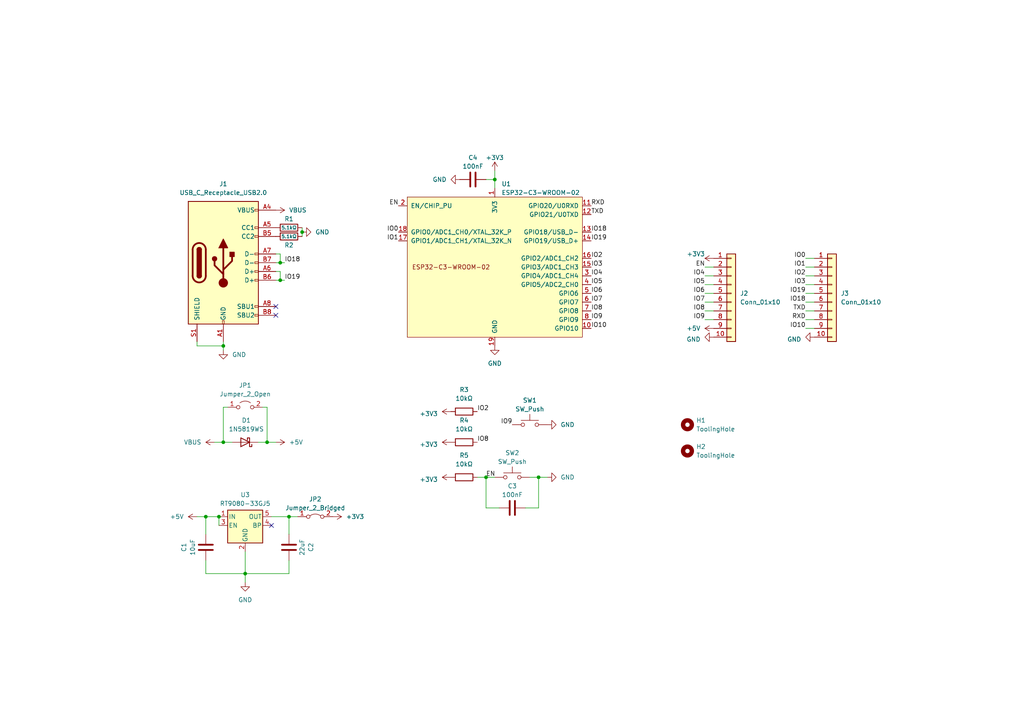
<source format=kicad_sch>
(kicad_sch (version 20230121) (generator eeschema)

  (uuid a7bd77f5-8524-422b-aae0-98a46d8f8d84)

  (paper "A4")

  (title_block
    (title "ESP32-C3 Development Board")
    (rev "v1.1.0")
  )

  (lib_symbols
    (symbol "Connector:USB_C_Receptacle_USB2.0" (pin_names (offset 1.016)) (in_bom yes) (on_board yes)
      (property "Reference" "J" (at -10.16 19.05 0)
        (effects (font (size 1.27 1.27)) (justify left))
      )
      (property "Value" "USB_C_Receptacle_USB2.0" (at 19.05 19.05 0)
        (effects (font (size 1.27 1.27)) (justify right))
      )
      (property "Footprint" "" (at 3.81 0 0)
        (effects (font (size 1.27 1.27)) hide)
      )
      (property "Datasheet" "https://www.usb.org/sites/default/files/documents/usb_type-c.zip" (at 3.81 0 0)
        (effects (font (size 1.27 1.27)) hide)
      )
      (property "ki_keywords" "usb universal serial bus type-C USB2.0" (at 0 0 0)
        (effects (font (size 1.27 1.27)) hide)
      )
      (property "ki_description" "USB 2.0-only Type-C Receptacle connector" (at 0 0 0)
        (effects (font (size 1.27 1.27)) hide)
      )
      (property "ki_fp_filters" "USB*C*Receptacle*" (at 0 0 0)
        (effects (font (size 1.27 1.27)) hide)
      )
      (symbol "USB_C_Receptacle_USB2.0_0_0"
        (rectangle (start -0.254 -17.78) (end 0.254 -16.764)
          (stroke (width 0) (type default))
          (fill (type none))
        )
        (rectangle (start 10.16 -14.986) (end 9.144 -15.494)
          (stroke (width 0) (type default))
          (fill (type none))
        )
        (rectangle (start 10.16 -12.446) (end 9.144 -12.954)
          (stroke (width 0) (type default))
          (fill (type none))
        )
        (rectangle (start 10.16 -4.826) (end 9.144 -5.334)
          (stroke (width 0) (type default))
          (fill (type none))
        )
        (rectangle (start 10.16 -2.286) (end 9.144 -2.794)
          (stroke (width 0) (type default))
          (fill (type none))
        )
        (rectangle (start 10.16 0.254) (end 9.144 -0.254)
          (stroke (width 0) (type default))
          (fill (type none))
        )
        (rectangle (start 10.16 2.794) (end 9.144 2.286)
          (stroke (width 0) (type default))
          (fill (type none))
        )
        (rectangle (start 10.16 7.874) (end 9.144 7.366)
          (stroke (width 0) (type default))
          (fill (type none))
        )
        (rectangle (start 10.16 10.414) (end 9.144 9.906)
          (stroke (width 0) (type default))
          (fill (type none))
        )
        (rectangle (start 10.16 15.494) (end 9.144 14.986)
          (stroke (width 0) (type default))
          (fill (type none))
        )
      )
      (symbol "USB_C_Receptacle_USB2.0_0_1"
        (rectangle (start -10.16 17.78) (end 10.16 -17.78)
          (stroke (width 0.254) (type default))
          (fill (type background))
        )
        (arc (start -8.89 -3.81) (mid -6.985 -5.7067) (end -5.08 -3.81)
          (stroke (width 0.508) (type default))
          (fill (type none))
        )
        (arc (start -7.62 -3.81) (mid -6.985 -4.4423) (end -6.35 -3.81)
          (stroke (width 0.254) (type default))
          (fill (type none))
        )
        (arc (start -7.62 -3.81) (mid -6.985 -4.4423) (end -6.35 -3.81)
          (stroke (width 0.254) (type default))
          (fill (type outline))
        )
        (rectangle (start -7.62 -3.81) (end -6.35 3.81)
          (stroke (width 0.254) (type default))
          (fill (type outline))
        )
        (arc (start -6.35 3.81) (mid -6.985 4.4423) (end -7.62 3.81)
          (stroke (width 0.254) (type default))
          (fill (type none))
        )
        (arc (start -6.35 3.81) (mid -6.985 4.4423) (end -7.62 3.81)
          (stroke (width 0.254) (type default))
          (fill (type outline))
        )
        (arc (start -5.08 3.81) (mid -6.985 5.7067) (end -8.89 3.81)
          (stroke (width 0.508) (type default))
          (fill (type none))
        )
        (circle (center -2.54 1.143) (radius 0.635)
          (stroke (width 0.254) (type default))
          (fill (type outline))
        )
        (circle (center 0 -5.842) (radius 1.27)
          (stroke (width 0) (type default))
          (fill (type outline))
        )
        (polyline
          (pts
            (xy -8.89 -3.81)
            (xy -8.89 3.81)
          )
          (stroke (width 0.508) (type default))
          (fill (type none))
        )
        (polyline
          (pts
            (xy -5.08 3.81)
            (xy -5.08 -3.81)
          )
          (stroke (width 0.508) (type default))
          (fill (type none))
        )
        (polyline
          (pts
            (xy 0 -5.842)
            (xy 0 4.318)
          )
          (stroke (width 0.508) (type default))
          (fill (type none))
        )
        (polyline
          (pts
            (xy 0 -3.302)
            (xy -2.54 -0.762)
            (xy -2.54 0.508)
          )
          (stroke (width 0.508) (type default))
          (fill (type none))
        )
        (polyline
          (pts
            (xy 0 -2.032)
            (xy 2.54 0.508)
            (xy 2.54 1.778)
          )
          (stroke (width 0.508) (type default))
          (fill (type none))
        )
        (polyline
          (pts
            (xy -1.27 4.318)
            (xy 0 6.858)
            (xy 1.27 4.318)
            (xy -1.27 4.318)
          )
          (stroke (width 0.254) (type default))
          (fill (type outline))
        )
        (rectangle (start 1.905 1.778) (end 3.175 3.048)
          (stroke (width 0.254) (type default))
          (fill (type outline))
        )
      )
      (symbol "USB_C_Receptacle_USB2.0_1_1"
        (pin passive line (at 0 -22.86 90) (length 5.08)
          (name "GND" (effects (font (size 1.27 1.27))))
          (number "A1" (effects (font (size 1.27 1.27))))
        )
        (pin passive line (at 0 -22.86 90) (length 5.08) hide
          (name "GND" (effects (font (size 1.27 1.27))))
          (number "A12" (effects (font (size 1.27 1.27))))
        )
        (pin passive line (at 15.24 15.24 180) (length 5.08)
          (name "VBUS" (effects (font (size 1.27 1.27))))
          (number "A4" (effects (font (size 1.27 1.27))))
        )
        (pin bidirectional line (at 15.24 10.16 180) (length 5.08)
          (name "CC1" (effects (font (size 1.27 1.27))))
          (number "A5" (effects (font (size 1.27 1.27))))
        )
        (pin bidirectional line (at 15.24 -2.54 180) (length 5.08)
          (name "D+" (effects (font (size 1.27 1.27))))
          (number "A6" (effects (font (size 1.27 1.27))))
        )
        (pin bidirectional line (at 15.24 2.54 180) (length 5.08)
          (name "D-" (effects (font (size 1.27 1.27))))
          (number "A7" (effects (font (size 1.27 1.27))))
        )
        (pin bidirectional line (at 15.24 -12.7 180) (length 5.08)
          (name "SBU1" (effects (font (size 1.27 1.27))))
          (number "A8" (effects (font (size 1.27 1.27))))
        )
        (pin passive line (at 15.24 15.24 180) (length 5.08) hide
          (name "VBUS" (effects (font (size 1.27 1.27))))
          (number "A9" (effects (font (size 1.27 1.27))))
        )
        (pin passive line (at 0 -22.86 90) (length 5.08) hide
          (name "GND" (effects (font (size 1.27 1.27))))
          (number "B1" (effects (font (size 1.27 1.27))))
        )
        (pin passive line (at 0 -22.86 90) (length 5.08) hide
          (name "GND" (effects (font (size 1.27 1.27))))
          (number "B12" (effects (font (size 1.27 1.27))))
        )
        (pin passive line (at 15.24 15.24 180) (length 5.08) hide
          (name "VBUS" (effects (font (size 1.27 1.27))))
          (number "B4" (effects (font (size 1.27 1.27))))
        )
        (pin bidirectional line (at 15.24 7.62 180) (length 5.08)
          (name "CC2" (effects (font (size 1.27 1.27))))
          (number "B5" (effects (font (size 1.27 1.27))))
        )
        (pin bidirectional line (at 15.24 -5.08 180) (length 5.08)
          (name "D+" (effects (font (size 1.27 1.27))))
          (number "B6" (effects (font (size 1.27 1.27))))
        )
        (pin bidirectional line (at 15.24 0 180) (length 5.08)
          (name "D-" (effects (font (size 1.27 1.27))))
          (number "B7" (effects (font (size 1.27 1.27))))
        )
        (pin bidirectional line (at 15.24 -15.24 180) (length 5.08)
          (name "SBU2" (effects (font (size 1.27 1.27))))
          (number "B8" (effects (font (size 1.27 1.27))))
        )
        (pin passive line (at 15.24 15.24 180) (length 5.08) hide
          (name "VBUS" (effects (font (size 1.27 1.27))))
          (number "B9" (effects (font (size 1.27 1.27))))
        )
        (pin passive line (at -7.62 -22.86 90) (length 5.08)
          (name "SHIELD" (effects (font (size 1.27 1.27))))
          (number "S1" (effects (font (size 1.27 1.27))))
        )
      )
    )
    (symbol "Connector_Generic:Conn_01x10" (pin_names (offset 1.016) hide) (in_bom yes) (on_board yes)
      (property "Reference" "J" (at 0 12.7 0)
        (effects (font (size 1.27 1.27)))
      )
      (property "Value" "Conn_01x10" (at 0 -15.24 0)
        (effects (font (size 1.27 1.27)))
      )
      (property "Footprint" "" (at 0 0 0)
        (effects (font (size 1.27 1.27)) hide)
      )
      (property "Datasheet" "~" (at 0 0 0)
        (effects (font (size 1.27 1.27)) hide)
      )
      (property "ki_keywords" "connector" (at 0 0 0)
        (effects (font (size 1.27 1.27)) hide)
      )
      (property "ki_description" "Generic connector, single row, 01x10, script generated (kicad-library-utils/schlib/autogen/connector/)" (at 0 0 0)
        (effects (font (size 1.27 1.27)) hide)
      )
      (property "ki_fp_filters" "Connector*:*_1x??_*" (at 0 0 0)
        (effects (font (size 1.27 1.27)) hide)
      )
      (symbol "Conn_01x10_1_1"
        (rectangle (start -1.27 -12.573) (end 0 -12.827)
          (stroke (width 0.1524) (type default))
          (fill (type none))
        )
        (rectangle (start -1.27 -10.033) (end 0 -10.287)
          (stroke (width 0.1524) (type default))
          (fill (type none))
        )
        (rectangle (start -1.27 -7.493) (end 0 -7.747)
          (stroke (width 0.1524) (type default))
          (fill (type none))
        )
        (rectangle (start -1.27 -4.953) (end 0 -5.207)
          (stroke (width 0.1524) (type default))
          (fill (type none))
        )
        (rectangle (start -1.27 -2.413) (end 0 -2.667)
          (stroke (width 0.1524) (type default))
          (fill (type none))
        )
        (rectangle (start -1.27 0.127) (end 0 -0.127)
          (stroke (width 0.1524) (type default))
          (fill (type none))
        )
        (rectangle (start -1.27 2.667) (end 0 2.413)
          (stroke (width 0.1524) (type default))
          (fill (type none))
        )
        (rectangle (start -1.27 5.207) (end 0 4.953)
          (stroke (width 0.1524) (type default))
          (fill (type none))
        )
        (rectangle (start -1.27 7.747) (end 0 7.493)
          (stroke (width 0.1524) (type default))
          (fill (type none))
        )
        (rectangle (start -1.27 10.287) (end 0 10.033)
          (stroke (width 0.1524) (type default))
          (fill (type none))
        )
        (rectangle (start -1.27 11.43) (end 1.27 -13.97)
          (stroke (width 0.254) (type default))
          (fill (type background))
        )
        (pin passive line (at -5.08 10.16 0) (length 3.81)
          (name "Pin_1" (effects (font (size 1.27 1.27))))
          (number "1" (effects (font (size 1.27 1.27))))
        )
        (pin passive line (at -5.08 -12.7 0) (length 3.81)
          (name "Pin_10" (effects (font (size 1.27 1.27))))
          (number "10" (effects (font (size 1.27 1.27))))
        )
        (pin passive line (at -5.08 7.62 0) (length 3.81)
          (name "Pin_2" (effects (font (size 1.27 1.27))))
          (number "2" (effects (font (size 1.27 1.27))))
        )
        (pin passive line (at -5.08 5.08 0) (length 3.81)
          (name "Pin_3" (effects (font (size 1.27 1.27))))
          (number "3" (effects (font (size 1.27 1.27))))
        )
        (pin passive line (at -5.08 2.54 0) (length 3.81)
          (name "Pin_4" (effects (font (size 1.27 1.27))))
          (number "4" (effects (font (size 1.27 1.27))))
        )
        (pin passive line (at -5.08 0 0) (length 3.81)
          (name "Pin_5" (effects (font (size 1.27 1.27))))
          (number "5" (effects (font (size 1.27 1.27))))
        )
        (pin passive line (at -5.08 -2.54 0) (length 3.81)
          (name "Pin_6" (effects (font (size 1.27 1.27))))
          (number "6" (effects (font (size 1.27 1.27))))
        )
        (pin passive line (at -5.08 -5.08 0) (length 3.81)
          (name "Pin_7" (effects (font (size 1.27 1.27))))
          (number "7" (effects (font (size 1.27 1.27))))
        )
        (pin passive line (at -5.08 -7.62 0) (length 3.81)
          (name "Pin_8" (effects (font (size 1.27 1.27))))
          (number "8" (effects (font (size 1.27 1.27))))
        )
        (pin passive line (at -5.08 -10.16 0) (length 3.81)
          (name "Pin_9" (effects (font (size 1.27 1.27))))
          (number "9" (effects (font (size 1.27 1.27))))
        )
      )
    )
    (symbol "Device:C" (pin_numbers hide) (pin_names (offset 0.254)) (in_bom yes) (on_board yes)
      (property "Reference" "C" (at 0.635 2.54 0)
        (effects (font (size 1.27 1.27)) (justify left))
      )
      (property "Value" "C" (at 0.635 -2.54 0)
        (effects (font (size 1.27 1.27)) (justify left))
      )
      (property "Footprint" "" (at 0.9652 -3.81 0)
        (effects (font (size 1.27 1.27)) hide)
      )
      (property "Datasheet" "~" (at 0 0 0)
        (effects (font (size 1.27 1.27)) hide)
      )
      (property "ki_keywords" "cap capacitor" (at 0 0 0)
        (effects (font (size 1.27 1.27)) hide)
      )
      (property "ki_description" "Unpolarized capacitor" (at 0 0 0)
        (effects (font (size 1.27 1.27)) hide)
      )
      (property "ki_fp_filters" "C_*" (at 0 0 0)
        (effects (font (size 1.27 1.27)) hide)
      )
      (symbol "C_0_1"
        (polyline
          (pts
            (xy -2.032 -0.762)
            (xy 2.032 -0.762)
          )
          (stroke (width 0.508) (type default))
          (fill (type none))
        )
        (polyline
          (pts
            (xy -2.032 0.762)
            (xy 2.032 0.762)
          )
          (stroke (width 0.508) (type default))
          (fill (type none))
        )
      )
      (symbol "C_1_1"
        (pin passive line (at 0 3.81 270) (length 2.794)
          (name "~" (effects (font (size 1.27 1.27))))
          (number "1" (effects (font (size 1.27 1.27))))
        )
        (pin passive line (at 0 -3.81 90) (length 2.794)
          (name "~" (effects (font (size 1.27 1.27))))
          (number "2" (effects (font (size 1.27 1.27))))
        )
      )
    )
    (symbol "Device:R" (pin_numbers hide) (pin_names (offset 0)) (in_bom yes) (on_board yes)
      (property "Reference" "R" (at 2.032 0 90)
        (effects (font (size 1.27 1.27)))
      )
      (property "Value" "R" (at 0 0 90)
        (effects (font (size 1.27 1.27)))
      )
      (property "Footprint" "" (at -1.778 0 90)
        (effects (font (size 1.27 1.27)) hide)
      )
      (property "Datasheet" "~" (at 0 0 0)
        (effects (font (size 1.27 1.27)) hide)
      )
      (property "ki_keywords" "R res resistor" (at 0 0 0)
        (effects (font (size 1.27 1.27)) hide)
      )
      (property "ki_description" "Resistor" (at 0 0 0)
        (effects (font (size 1.27 1.27)) hide)
      )
      (property "ki_fp_filters" "R_*" (at 0 0 0)
        (effects (font (size 1.27 1.27)) hide)
      )
      (symbol "R_0_1"
        (rectangle (start -1.016 -2.54) (end 1.016 2.54)
          (stroke (width 0.254) (type default))
          (fill (type none))
        )
      )
      (symbol "R_1_1"
        (pin passive line (at 0 3.81 270) (length 1.27)
          (name "~" (effects (font (size 1.27 1.27))))
          (number "1" (effects (font (size 1.27 1.27))))
        )
        (pin passive line (at 0 -3.81 90) (length 1.27)
          (name "~" (effects (font (size 1.27 1.27))))
          (number "2" (effects (font (size 1.27 1.27))))
        )
      )
    )
    (symbol "Diode:1N5819WS" (pin_numbers hide) (pin_names (offset 1.016) hide) (in_bom yes) (on_board yes)
      (property "Reference" "D" (at 0 2.54 0)
        (effects (font (size 1.27 1.27)))
      )
      (property "Value" "1N5819WS" (at 0 -2.54 0)
        (effects (font (size 1.27 1.27)))
      )
      (property "Footprint" "Diode_SMD:D_SOD-323" (at 0 -4.445 0)
        (effects (font (size 1.27 1.27)) hide)
      )
      (property "Datasheet" "https://datasheet.lcsc.com/lcsc/2204281430_Guangdong-Hottech-1N5819WS_C191023.pdf" (at 0 0 0)
        (effects (font (size 1.27 1.27)) hide)
      )
      (property "ki_keywords" "diode Schottky" (at 0 0 0)
        (effects (font (size 1.27 1.27)) hide)
      )
      (property "ki_description" "40V 600mV@1A 1A SOD-323 Schottky Barrier Diodes, SOD-323" (at 0 0 0)
        (effects (font (size 1.27 1.27)) hide)
      )
      (property "ki_fp_filters" "D*SOD?323*" (at 0 0 0)
        (effects (font (size 1.27 1.27)) hide)
      )
      (symbol "1N5819WS_0_1"
        (polyline
          (pts
            (xy 1.27 0)
            (xy -1.27 0)
          )
          (stroke (width 0) (type default))
          (fill (type none))
        )
        (polyline
          (pts
            (xy 1.27 1.27)
            (xy 1.27 -1.27)
            (xy -1.27 0)
            (xy 1.27 1.27)
          )
          (stroke (width 0.254) (type default))
          (fill (type none))
        )
        (polyline
          (pts
            (xy -1.905 0.635)
            (xy -1.905 1.27)
            (xy -1.27 1.27)
            (xy -1.27 -1.27)
            (xy -0.635 -1.27)
            (xy -0.635 -0.635)
          )
          (stroke (width 0.254) (type default))
          (fill (type none))
        )
      )
      (symbol "1N5819WS_1_1"
        (pin passive line (at -3.81 0 0) (length 2.54)
          (name "K" (effects (font (size 1.27 1.27))))
          (number "1" (effects (font (size 1.27 1.27))))
        )
        (pin passive line (at 3.81 0 180) (length 2.54)
          (name "A" (effects (font (size 1.27 1.27))))
          (number "2" (effects (font (size 1.27 1.27))))
        )
      )
    )
    (symbol "Jumper:Jumper_2_Bridged" (pin_names (offset 0) hide) (in_bom yes) (on_board yes)
      (property "Reference" "JP" (at 0 1.905 0)
        (effects (font (size 1.27 1.27)))
      )
      (property "Value" "Jumper_2_Bridged" (at 0 -2.54 0)
        (effects (font (size 1.27 1.27)))
      )
      (property "Footprint" "" (at 0 0 0)
        (effects (font (size 1.27 1.27)) hide)
      )
      (property "Datasheet" "~" (at 0 0 0)
        (effects (font (size 1.27 1.27)) hide)
      )
      (property "ki_keywords" "Jumper SPST" (at 0 0 0)
        (effects (font (size 1.27 1.27)) hide)
      )
      (property "ki_description" "Jumper, 2-pole, closed/bridged" (at 0 0 0)
        (effects (font (size 1.27 1.27)) hide)
      )
      (property "ki_fp_filters" "Jumper* TestPoint*2Pads* TestPoint*Bridge*" (at 0 0 0)
        (effects (font (size 1.27 1.27)) hide)
      )
      (symbol "Jumper_2_Bridged_0_0"
        (circle (center -2.032 0) (radius 0.508)
          (stroke (width 0) (type default))
          (fill (type none))
        )
        (circle (center 2.032 0) (radius 0.508)
          (stroke (width 0) (type default))
          (fill (type none))
        )
      )
      (symbol "Jumper_2_Bridged_0_1"
        (arc (start 1.524 0.254) (mid 0 0.762) (end -1.524 0.254)
          (stroke (width 0) (type default))
          (fill (type none))
        )
      )
      (symbol "Jumper_2_Bridged_1_1"
        (pin passive line (at -5.08 0 0) (length 2.54)
          (name "A" (effects (font (size 1.27 1.27))))
          (number "1" (effects (font (size 1.27 1.27))))
        )
        (pin passive line (at 5.08 0 180) (length 2.54)
          (name "B" (effects (font (size 1.27 1.27))))
          (number "2" (effects (font (size 1.27 1.27))))
        )
      )
    )
    (symbol "Jumper:Jumper_2_Open" (pin_names (offset 0) hide) (in_bom yes) (on_board yes)
      (property "Reference" "JP" (at 0 2.794 0)
        (effects (font (size 1.27 1.27)))
      )
      (property "Value" "Jumper_2_Open" (at 0 -2.286 0)
        (effects (font (size 1.27 1.27)))
      )
      (property "Footprint" "" (at 0 0 0)
        (effects (font (size 1.27 1.27)) hide)
      )
      (property "Datasheet" "~" (at 0 0 0)
        (effects (font (size 1.27 1.27)) hide)
      )
      (property "ki_keywords" "Jumper SPST" (at 0 0 0)
        (effects (font (size 1.27 1.27)) hide)
      )
      (property "ki_description" "Jumper, 2-pole, open" (at 0 0 0)
        (effects (font (size 1.27 1.27)) hide)
      )
      (property "ki_fp_filters" "Jumper* TestPoint*2Pads* TestPoint*Bridge*" (at 0 0 0)
        (effects (font (size 1.27 1.27)) hide)
      )
      (symbol "Jumper_2_Open_0_0"
        (circle (center -2.032 0) (radius 0.508)
          (stroke (width 0) (type default))
          (fill (type none))
        )
        (circle (center 2.032 0) (radius 0.508)
          (stroke (width 0) (type default))
          (fill (type none))
        )
      )
      (symbol "Jumper_2_Open_0_1"
        (arc (start 1.524 1.27) (mid 0 1.778) (end -1.524 1.27)
          (stroke (width 0) (type default))
          (fill (type none))
        )
      )
      (symbol "Jumper_2_Open_1_1"
        (pin passive line (at -5.08 0 0) (length 2.54)
          (name "A" (effects (font (size 1.27 1.27))))
          (number "1" (effects (font (size 1.27 1.27))))
        )
        (pin passive line (at 5.08 0 180) (length 2.54)
          (name "B" (effects (font (size 1.27 1.27))))
          (number "2" (effects (font (size 1.27 1.27))))
        )
      )
    )
    (symbol "Mechanical:MountingHole" (pin_names (offset 1.016)) (in_bom yes) (on_board yes)
      (property "Reference" "H" (at 0 5.08 0)
        (effects (font (size 1.27 1.27)))
      )
      (property "Value" "MountingHole" (at 0 3.175 0)
        (effects (font (size 1.27 1.27)))
      )
      (property "Footprint" "" (at 0 0 0)
        (effects (font (size 1.27 1.27)) hide)
      )
      (property "Datasheet" "~" (at 0 0 0)
        (effects (font (size 1.27 1.27)) hide)
      )
      (property "ki_keywords" "mounting hole" (at 0 0 0)
        (effects (font (size 1.27 1.27)) hide)
      )
      (property "ki_description" "Mounting Hole without connection" (at 0 0 0)
        (effects (font (size 1.27 1.27)) hide)
      )
      (property "ki_fp_filters" "MountingHole*" (at 0 0 0)
        (effects (font (size 1.27 1.27)) hide)
      )
      (symbol "MountingHole_0_1"
        (circle (center 0 0) (radius 1.27)
          (stroke (width 1.27) (type default))
          (fill (type none))
        )
      )
    )
    (symbol "PCM_Espressif:ESP32-C3-WROOM-02" (pin_names (offset 1.016)) (in_bom yes) (on_board yes)
      (property "Reference" "U" (at -25.4 25.4 0)
        (effects (font (size 1.27 1.27)) (justify left))
      )
      (property "Value" "ESP32-C3-WROOM-02" (at -25.4 22.86 0)
        (effects (font (size 1.27 1.27)) (justify left))
      )
      (property "Footprint" "Espressif:ESP32-C3-WROOM-02" (at 0 -30.48 0)
        (effects (font (size 1.27 1.27)) hide)
      )
      (property "Datasheet" "https://www.espressif.com/sites/default/files/documentation/esp32-c3-wroom-02_datasheet_en.pdf" (at -2.54 -33.02 0)
        (effects (font (size 1.27 1.27)) hide)
      )
      (property "ki_keywords" "esp32-c3 module" (at 0 0 0)
        (effects (font (size 1.27 1.27)) hide)
      )
      (property "ki_description" "ESP32-C3-WROOM-02 is a general-purpose Wi-Fi and Bluetooth LE module. This module features a rich set of peripherals and high performance, which makes it an ideal choice for smart home, industrial automation, health care, consumer electronics, etc." (at 0 0 0)
        (effects (font (size 1.27 1.27)) hide)
      )
      (symbol "ESP32-C3-WROOM-02_0_0"
        (text "ESP32-C3-WROOM-02" (at -12.7 0 0)
          (effects (font (size 1.27 1.27)))
        )
      )
      (symbol "ESP32-C3-WROOM-02_0_1"
        (rectangle (start 25.4 20.32) (end -25.4 -20.32)
          (stroke (width 0) (type default))
          (fill (type background))
        )
      )
      (symbol "ESP32-C3-WROOM-02_1_1"
        (pin power_in line (at 0 22.86 270) (length 2.54)
          (name "3V3" (effects (font (size 1.27 1.27))))
          (number "1" (effects (font (size 1.27 1.27))))
        )
        (pin bidirectional line (at 27.94 -17.78 180) (length 2.54)
          (name "GPIO10" (effects (font (size 1.27 1.27))))
          (number "10" (effects (font (size 1.27 1.27))))
        )
        (pin bidirectional line (at 27.94 17.78 180) (length 2.54)
          (name "GPIO20/U0RXD" (effects (font (size 1.27 1.27))))
          (number "11" (effects (font (size 1.27 1.27))))
        )
        (pin bidirectional line (at 27.94 15.24 180) (length 2.54)
          (name "GPIO21/U0TXD" (effects (font (size 1.27 1.27))))
          (number "12" (effects (font (size 1.27 1.27))))
        )
        (pin bidirectional line (at 27.94 10.16 180) (length 2.54)
          (name "GPIO18/USB_D-" (effects (font (size 1.27 1.27))))
          (number "13" (effects (font (size 1.27 1.27))))
        )
        (pin bidirectional line (at 27.94 7.62 180) (length 2.54)
          (name "GPIO19/USB_D+" (effects (font (size 1.27 1.27))))
          (number "14" (effects (font (size 1.27 1.27))))
        )
        (pin bidirectional line (at 27.94 0 180) (length 2.54)
          (name "GPIO3/ADC1_CH3" (effects (font (size 1.27 1.27))))
          (number "15" (effects (font (size 1.27 1.27))))
        )
        (pin bidirectional line (at 27.94 2.54 180) (length 2.54)
          (name "GPIO2/ADC1_CH2" (effects (font (size 1.27 1.27))))
          (number "16" (effects (font (size 1.27 1.27))))
        )
        (pin bidirectional line (at -27.94 7.62 0) (length 2.54)
          (name "GPIO1/ADC1_CH1/XTAL_32K_N" (effects (font (size 1.27 1.27))))
          (number "17" (effects (font (size 1.27 1.27))))
        )
        (pin bidirectional line (at -27.94 10.16 0) (length 2.54)
          (name "GPIO0/ADC1_CH0/XTAL_32K_P" (effects (font (size 1.27 1.27))))
          (number "18" (effects (font (size 1.27 1.27))))
        )
        (pin power_in line (at 0 -22.86 90) (length 2.54)
          (name "GND" (effects (font (size 1.27 1.27))))
          (number "19" (effects (font (size 1.27 1.27))))
        )
        (pin input line (at -27.94 17.78 0) (length 2.54)
          (name "EN/CHIP_PU" (effects (font (size 1.27 1.27))))
          (number "2" (effects (font (size 1.27 1.27))))
        )
        (pin bidirectional line (at 27.94 -2.54 180) (length 2.54)
          (name "GPIO4/ADC1_CH4" (effects (font (size 1.27 1.27))))
          (number "3" (effects (font (size 1.27 1.27))))
        )
        (pin bidirectional line (at 27.94 -5.08 180) (length 2.54)
          (name "GPIO5/ADC2_CH0" (effects (font (size 1.27 1.27))))
          (number "4" (effects (font (size 1.27 1.27))))
        )
        (pin bidirectional line (at 27.94 -7.62 180) (length 2.54)
          (name "GPIO6" (effects (font (size 1.27 1.27))))
          (number "5" (effects (font (size 1.27 1.27))))
        )
        (pin bidirectional line (at 27.94 -10.16 180) (length 2.54)
          (name "GPIO7" (effects (font (size 1.27 1.27))))
          (number "6" (effects (font (size 1.27 1.27))))
        )
        (pin bidirectional line (at 27.94 -12.7 180) (length 2.54)
          (name "GPIO8" (effects (font (size 1.27 1.27))))
          (number "7" (effects (font (size 1.27 1.27))))
        )
        (pin bidirectional line (at 27.94 -15.24 180) (length 2.54)
          (name "GPIO9" (effects (font (size 1.27 1.27))))
          (number "8" (effects (font (size 1.27 1.27))))
        )
        (pin passive line (at 0 -22.86 90) (length 2.54) hide
          (name "GND" (effects (font (size 1.27 1.27))))
          (number "9" (effects (font (size 1.27 1.27))))
        )
      )
    )
    (symbol "Regulator_Linear:AP131-33" (pin_names (offset 0.254)) (in_bom yes) (on_board yes)
      (property "Reference" "U" (at -3.81 5.715 0)
        (effects (font (size 1.27 1.27)))
      )
      (property "Value" "AP131-33" (at 0 5.715 0)
        (effects (font (size 1.27 1.27)) (justify left))
      )
      (property "Footprint" "Package_TO_SOT_SMD:SOT-23-5" (at 0 8.255 0)
        (effects (font (size 1.27 1.27)) hide)
      )
      (property "Datasheet" "http://www.diodes.com/_files/datasheets/AP131.pdf" (at 0 0 0)
        (effects (font (size 1.27 1.27)) hide)
      )
      (property "ki_keywords" "linear regulator ldo fixed positive" (at 0 0 0)
        (effects (font (size 1.27 1.27)) hide)
      )
      (property "ki_description" "300mA low dropout linear regulator, shutdown pin, 3.3V fixed positive output, SOT-23-5" (at 0 0 0)
        (effects (font (size 1.27 1.27)) hide)
      )
      (property "ki_fp_filters" "SOT?23*" (at 0 0 0)
        (effects (font (size 1.27 1.27)) hide)
      )
      (symbol "AP131-33_0_1"
        (rectangle (start -5.08 4.445) (end 5.08 -5.08)
          (stroke (width 0.254) (type default))
          (fill (type background))
        )
      )
      (symbol "AP131-33_1_1"
        (pin power_in line (at -7.62 2.54 0) (length 2.54)
          (name "IN" (effects (font (size 1.27 1.27))))
          (number "1" (effects (font (size 1.27 1.27))))
        )
        (pin power_in line (at 0 -7.62 90) (length 2.54)
          (name "GND" (effects (font (size 1.27 1.27))))
          (number "2" (effects (font (size 1.27 1.27))))
        )
        (pin input line (at -7.62 0 0) (length 2.54)
          (name "EN" (effects (font (size 1.27 1.27))))
          (number "3" (effects (font (size 1.27 1.27))))
        )
        (pin input line (at 7.62 0 180) (length 2.54)
          (name "BP" (effects (font (size 1.27 1.27))))
          (number "4" (effects (font (size 1.27 1.27))))
        )
        (pin power_out line (at 7.62 2.54 180) (length 2.54)
          (name "OUT" (effects (font (size 1.27 1.27))))
          (number "5" (effects (font (size 1.27 1.27))))
        )
      )
    )
    (symbol "Switch:SW_Push" (pin_numbers hide) (pin_names (offset 1.016) hide) (in_bom yes) (on_board yes)
      (property "Reference" "SW" (at 1.27 2.54 0)
        (effects (font (size 1.27 1.27)) (justify left))
      )
      (property "Value" "SW_Push" (at 0 -1.524 0)
        (effects (font (size 1.27 1.27)))
      )
      (property "Footprint" "" (at 0 5.08 0)
        (effects (font (size 1.27 1.27)) hide)
      )
      (property "Datasheet" "~" (at 0 5.08 0)
        (effects (font (size 1.27 1.27)) hide)
      )
      (property "ki_keywords" "switch normally-open pushbutton push-button" (at 0 0 0)
        (effects (font (size 1.27 1.27)) hide)
      )
      (property "ki_description" "Push button switch, generic, two pins" (at 0 0 0)
        (effects (font (size 1.27 1.27)) hide)
      )
      (symbol "SW_Push_0_1"
        (circle (center -2.032 0) (radius 0.508)
          (stroke (width 0) (type default))
          (fill (type none))
        )
        (polyline
          (pts
            (xy 0 1.27)
            (xy 0 3.048)
          )
          (stroke (width 0) (type default))
          (fill (type none))
        )
        (polyline
          (pts
            (xy 2.54 1.27)
            (xy -2.54 1.27)
          )
          (stroke (width 0) (type default))
          (fill (type none))
        )
        (circle (center 2.032 0) (radius 0.508)
          (stroke (width 0) (type default))
          (fill (type none))
        )
        (pin passive line (at -5.08 0 0) (length 2.54)
          (name "1" (effects (font (size 1.27 1.27))))
          (number "1" (effects (font (size 1.27 1.27))))
        )
        (pin passive line (at 5.08 0 180) (length 2.54)
          (name "2" (effects (font (size 1.27 1.27))))
          (number "2" (effects (font (size 1.27 1.27))))
        )
      )
    )
    (symbol "power:+3V3" (power) (pin_names (offset 0)) (in_bom yes) (on_board yes)
      (property "Reference" "#PWR" (at 0 -3.81 0)
        (effects (font (size 1.27 1.27)) hide)
      )
      (property "Value" "+3V3" (at 0 3.556 0)
        (effects (font (size 1.27 1.27)))
      )
      (property "Footprint" "" (at 0 0 0)
        (effects (font (size 1.27 1.27)) hide)
      )
      (property "Datasheet" "" (at 0 0 0)
        (effects (font (size 1.27 1.27)) hide)
      )
      (property "ki_keywords" "global power" (at 0 0 0)
        (effects (font (size 1.27 1.27)) hide)
      )
      (property "ki_description" "Power symbol creates a global label with name \"+3V3\"" (at 0 0 0)
        (effects (font (size 1.27 1.27)) hide)
      )
      (symbol "+3V3_0_1"
        (polyline
          (pts
            (xy -0.762 1.27)
            (xy 0 2.54)
          )
          (stroke (width 0) (type default))
          (fill (type none))
        )
        (polyline
          (pts
            (xy 0 0)
            (xy 0 2.54)
          )
          (stroke (width 0) (type default))
          (fill (type none))
        )
        (polyline
          (pts
            (xy 0 2.54)
            (xy 0.762 1.27)
          )
          (stroke (width 0) (type default))
          (fill (type none))
        )
      )
      (symbol "+3V3_1_1"
        (pin power_in line (at 0 0 90) (length 0) hide
          (name "+3V3" (effects (font (size 1.27 1.27))))
          (number "1" (effects (font (size 1.27 1.27))))
        )
      )
    )
    (symbol "power:+5V" (power) (pin_names (offset 0)) (in_bom yes) (on_board yes)
      (property "Reference" "#PWR" (at 0 -3.81 0)
        (effects (font (size 1.27 1.27)) hide)
      )
      (property "Value" "+5V" (at 0 3.556 0)
        (effects (font (size 1.27 1.27)))
      )
      (property "Footprint" "" (at 0 0 0)
        (effects (font (size 1.27 1.27)) hide)
      )
      (property "Datasheet" "" (at 0 0 0)
        (effects (font (size 1.27 1.27)) hide)
      )
      (property "ki_keywords" "global power" (at 0 0 0)
        (effects (font (size 1.27 1.27)) hide)
      )
      (property "ki_description" "Power symbol creates a global label with name \"+5V\"" (at 0 0 0)
        (effects (font (size 1.27 1.27)) hide)
      )
      (symbol "+5V_0_1"
        (polyline
          (pts
            (xy -0.762 1.27)
            (xy 0 2.54)
          )
          (stroke (width 0) (type default))
          (fill (type none))
        )
        (polyline
          (pts
            (xy 0 0)
            (xy 0 2.54)
          )
          (stroke (width 0) (type default))
          (fill (type none))
        )
        (polyline
          (pts
            (xy 0 2.54)
            (xy 0.762 1.27)
          )
          (stroke (width 0) (type default))
          (fill (type none))
        )
      )
      (symbol "+5V_1_1"
        (pin power_in line (at 0 0 90) (length 0) hide
          (name "+5V" (effects (font (size 1.27 1.27))))
          (number "1" (effects (font (size 1.27 1.27))))
        )
      )
    )
    (symbol "power:GND" (power) (pin_names (offset 0)) (in_bom yes) (on_board yes)
      (property "Reference" "#PWR" (at 0 -6.35 0)
        (effects (font (size 1.27 1.27)) hide)
      )
      (property "Value" "GND" (at 0 -3.81 0)
        (effects (font (size 1.27 1.27)))
      )
      (property "Footprint" "" (at 0 0 0)
        (effects (font (size 1.27 1.27)) hide)
      )
      (property "Datasheet" "" (at 0 0 0)
        (effects (font (size 1.27 1.27)) hide)
      )
      (property "ki_keywords" "global power" (at 0 0 0)
        (effects (font (size 1.27 1.27)) hide)
      )
      (property "ki_description" "Power symbol creates a global label with name \"GND\" , ground" (at 0 0 0)
        (effects (font (size 1.27 1.27)) hide)
      )
      (symbol "GND_0_1"
        (polyline
          (pts
            (xy 0 0)
            (xy 0 -1.27)
            (xy 1.27 -1.27)
            (xy 0 -2.54)
            (xy -1.27 -1.27)
            (xy 0 -1.27)
          )
          (stroke (width 0) (type default))
          (fill (type none))
        )
      )
      (symbol "GND_1_1"
        (pin power_in line (at 0 0 270) (length 0) hide
          (name "GND" (effects (font (size 1.27 1.27))))
          (number "1" (effects (font (size 1.27 1.27))))
        )
      )
    )
    (symbol "power:VBUS" (power) (pin_names (offset 0)) (in_bom yes) (on_board yes)
      (property "Reference" "#PWR" (at 0 -3.81 0)
        (effects (font (size 1.27 1.27)) hide)
      )
      (property "Value" "VBUS" (at 0 3.81 0)
        (effects (font (size 1.27 1.27)))
      )
      (property "Footprint" "" (at 0 0 0)
        (effects (font (size 1.27 1.27)) hide)
      )
      (property "Datasheet" "" (at 0 0 0)
        (effects (font (size 1.27 1.27)) hide)
      )
      (property "ki_keywords" "global power" (at 0 0 0)
        (effects (font (size 1.27 1.27)) hide)
      )
      (property "ki_description" "Power symbol creates a global label with name \"VBUS\"" (at 0 0 0)
        (effects (font (size 1.27 1.27)) hide)
      )
      (symbol "VBUS_0_1"
        (polyline
          (pts
            (xy -0.762 1.27)
            (xy 0 2.54)
          )
          (stroke (width 0) (type default))
          (fill (type none))
        )
        (polyline
          (pts
            (xy 0 0)
            (xy 0 2.54)
          )
          (stroke (width 0) (type default))
          (fill (type none))
        )
        (polyline
          (pts
            (xy 0 2.54)
            (xy 0.762 1.27)
          )
          (stroke (width 0) (type default))
          (fill (type none))
        )
      )
      (symbol "VBUS_1_1"
        (pin power_in line (at 0 0 90) (length 0) hide
          (name "VBUS" (effects (font (size 1.27 1.27))))
          (number "1" (effects (font (size 1.27 1.27))))
        )
      )
    )
  )

  (junction (at 71.12 166.37) (diameter 0) (color 0 0 0 0)
    (uuid 0036245c-5e86-4e72-af12-152d4a897120)
  )
  (junction (at 143.51 52.07) (diameter 0) (color 0 0 0 0)
    (uuid 1e676b89-528f-44b1-8fda-ac2ebe7e87a6)
  )
  (junction (at 83.82 149.86) (diameter 0) (color 0 0 0 0)
    (uuid 3b6d1fce-885d-4585-889f-7037e4c80b56)
  )
  (junction (at 64.77 100.33) (diameter 0) (color 0 0 0 0)
    (uuid 44285bc7-1781-4057-b89f-8e5c1d70e9ba)
  )
  (junction (at 59.69 149.86) (diameter 0) (color 0 0 0 0)
    (uuid 4594b118-7d09-4ebd-aaf1-47a04cbf04b8)
  )
  (junction (at 87.63 67.31) (diameter 0) (color 0 0 0 0)
    (uuid 738a470e-b7c8-4b59-aa27-0264a4429f75)
  )
  (junction (at 64.77 128.27) (diameter 0) (color 0 0 0 0)
    (uuid a251b95b-50a4-4e97-be26-8ca76da060b3)
  )
  (junction (at 77.47 128.27) (diameter 0) (color 0 0 0 0)
    (uuid aa3daa55-375c-43fc-9ee2-7126a8b7bacf)
  )
  (junction (at 81.28 76.2) (diameter 0) (color 0 0 0 0)
    (uuid ac610f52-fa02-461e-bac8-04708ce41cb4)
  )
  (junction (at 140.97 138.43) (diameter 0) (color 0 0 0 0)
    (uuid d1dd0e88-935c-4911-aaca-3fd58c63b40b)
  )
  (junction (at 156.21 138.43) (diameter 0) (color 0 0 0 0)
    (uuid e3f2a36d-7144-4211-b826-96ba00dface5)
  )
  (junction (at 63.5 149.86) (diameter 0) (color 0 0 0 0)
    (uuid e582a441-c278-43cb-b6b3-92c099c3ed58)
  )
  (junction (at 81.28 81.28) (diameter 0) (color 0 0 0 0)
    (uuid f8716a92-017c-4b6a-8a7d-cdd1accf072f)
  )

  (no_connect (at 80.01 88.9) (uuid 13dca41e-fa11-4301-a11e-584585045da9))
  (no_connect (at 80.01 91.44) (uuid 1a976435-b12e-4286-8dbf-8c9fe998595e))
  (no_connect (at 78.74 152.4) (uuid 9eb56c93-7d9d-4e23-9dde-22eeeab777fe))

  (wire (pts (xy 71.12 168.91) (xy 71.12 166.37))
    (stroke (width 0) (type default))
    (uuid 0486a23b-4d4e-4022-b5e2-036a7e144808)
  )
  (wire (pts (xy 71.12 166.37) (xy 83.82 166.37))
    (stroke (width 0) (type default))
    (uuid 0b07685b-1d13-49dd-a37b-3674b048bcb0)
  )
  (wire (pts (xy 59.69 162.56) (xy 59.69 166.37))
    (stroke (width 0) (type default))
    (uuid 101e5282-4110-4f8a-969f-03b361fe794b)
  )
  (wire (pts (xy 152.4 147.32) (xy 156.21 147.32))
    (stroke (width 0) (type default))
    (uuid 196be7b3-7629-46e1-8aeb-b9f0bf2343b7)
  )
  (wire (pts (xy 81.28 76.2) (xy 82.55 76.2))
    (stroke (width 0) (type default))
    (uuid 1a37e053-826e-4d2a-ba95-796d13b81001)
  )
  (wire (pts (xy 143.51 49.53) (xy 143.51 52.07))
    (stroke (width 0) (type default))
    (uuid 1fcde870-6999-4c3f-93d0-fb9971906f63)
  )
  (wire (pts (xy 236.22 95.25) (xy 233.68 95.25))
    (stroke (width 0) (type default))
    (uuid 243fe640-210f-40fc-8d33-03d1d92dd100)
  )
  (wire (pts (xy 74.93 128.27) (xy 77.47 128.27))
    (stroke (width 0) (type default))
    (uuid 2c863587-988c-4fc6-b27f-72f704713173)
  )
  (wire (pts (xy 140.97 147.32) (xy 144.78 147.32))
    (stroke (width 0) (type default))
    (uuid 3736fb00-fa64-494a-9952-86a5aaece453)
  )
  (wire (pts (xy 81.28 76.2) (xy 81.28 73.66))
    (stroke (width 0) (type default))
    (uuid 3779d280-b9dd-4148-aa7e-3a8acf1573d1)
  )
  (wire (pts (xy 83.82 162.56) (xy 83.82 166.37))
    (stroke (width 0) (type default))
    (uuid 3bdef44a-086b-4642-a50f-148bb20b0726)
  )
  (wire (pts (xy 236.22 87.63) (xy 233.68 87.63))
    (stroke (width 0) (type default))
    (uuid 3cade90c-9402-4a3a-9233-401e17c8711b)
  )
  (wire (pts (xy 140.97 138.43) (xy 143.51 138.43))
    (stroke (width 0) (type default))
    (uuid 447cda46-c98e-40ac-bb03-183f48b47259)
  )
  (wire (pts (xy 80.01 76.2) (xy 81.28 76.2))
    (stroke (width 0) (type default))
    (uuid 4a4f12ae-36a6-412d-a652-03da0e7d522f)
  )
  (wire (pts (xy 204.47 85.09) (xy 207.01 85.09))
    (stroke (width 0) (type default))
    (uuid 5130eb13-1e36-4d06-a5cc-866deadd87eb)
  )
  (wire (pts (xy 83.82 149.86) (xy 83.82 154.94))
    (stroke (width 0) (type default))
    (uuid 51fe746c-2b2b-4f79-bf57-e8b02833704c)
  )
  (wire (pts (xy 80.01 78.74) (xy 81.28 78.74))
    (stroke (width 0) (type default))
    (uuid 531c96aa-22b7-4e6e-a480-fa4a415265bc)
  )
  (wire (pts (xy 204.47 82.55) (xy 207.01 82.55))
    (stroke (width 0) (type default))
    (uuid 57cb9cf4-7245-4742-9152-a5bba42984ad)
  )
  (wire (pts (xy 81.28 81.28) (xy 80.01 81.28))
    (stroke (width 0) (type default))
    (uuid 60e34dda-a385-4025-8557-9b99e7e17ef5)
  )
  (wire (pts (xy 77.47 118.11) (xy 77.47 128.27))
    (stroke (width 0) (type default))
    (uuid 64ba0649-1db9-4c7a-bab0-f3eb2de5914b)
  )
  (wire (pts (xy 204.47 92.71) (xy 207.01 92.71))
    (stroke (width 0) (type default))
    (uuid 6782793e-0c8f-42ff-b754-2b0b4f04db70)
  )
  (wire (pts (xy 64.77 118.11) (xy 66.04 118.11))
    (stroke (width 0) (type default))
    (uuid 69e67e8c-8c5c-4b13-9937-939be785d574)
  )
  (wire (pts (xy 71.12 160.02) (xy 71.12 166.37))
    (stroke (width 0) (type default))
    (uuid 6d898112-560b-4c5a-95a1-e662d3e9930a)
  )
  (wire (pts (xy 64.77 101.6) (xy 64.77 100.33))
    (stroke (width 0) (type default))
    (uuid 6ea5880d-cdbd-4b47-b007-d5d7c3e7f6f1)
  )
  (wire (pts (xy 204.47 77.47) (xy 207.01 77.47))
    (stroke (width 0) (type default))
    (uuid 777c5fa4-1c55-46f0-bfd3-3de03df720a1)
  )
  (wire (pts (xy 87.63 67.31) (xy 87.63 68.58))
    (stroke (width 0) (type default))
    (uuid 8608a8b0-a89f-45d6-aa1c-0310a2731d6d)
  )
  (wire (pts (xy 138.43 138.43) (xy 140.97 138.43))
    (stroke (width 0) (type default))
    (uuid 867b13a2-0525-455b-958e-edaafdbfaa19)
  )
  (wire (pts (xy 87.63 67.31) (xy 87.63 66.04))
    (stroke (width 0) (type default))
    (uuid 8808c7ac-a089-4638-af60-6b857fa2391b)
  )
  (wire (pts (xy 236.22 77.47) (xy 233.68 77.47))
    (stroke (width 0) (type default))
    (uuid 8947a0b1-db53-40cb-a93f-60cbf5576d56)
  )
  (wire (pts (xy 78.74 149.86) (xy 83.82 149.86))
    (stroke (width 0) (type default))
    (uuid 896c0324-3d47-4a82-9fbe-4dc97383e57f)
  )
  (wire (pts (xy 59.69 149.86) (xy 63.5 149.86))
    (stroke (width 0) (type default))
    (uuid 8dc05f43-5f05-462d-9b07-c84a386ad9fc)
  )
  (wire (pts (xy 140.97 52.07) (xy 143.51 52.07))
    (stroke (width 0) (type default))
    (uuid 90289c75-f955-44f8-987b-04608b4c3a24)
  )
  (wire (pts (xy 236.22 74.93) (xy 233.68 74.93))
    (stroke (width 0) (type default))
    (uuid 90a0f617-f04d-4aa0-8554-b718ad2c5c03)
  )
  (wire (pts (xy 158.75 138.43) (xy 156.21 138.43))
    (stroke (width 0) (type default))
    (uuid 927e017e-692b-49a0-8a4e-2610da48bb47)
  )
  (wire (pts (xy 204.47 90.17) (xy 207.01 90.17))
    (stroke (width 0) (type default))
    (uuid 9da0b570-1bf4-48de-a6f3-360b225e50b2)
  )
  (wire (pts (xy 153.67 138.43) (xy 156.21 138.43))
    (stroke (width 0) (type default))
    (uuid a2970e5d-0d47-43f2-82d2-f7a04191a603)
  )
  (wire (pts (xy 77.47 118.11) (xy 76.2 118.11))
    (stroke (width 0) (type default))
    (uuid aa9c22c8-20e2-4e96-a711-ff5f2c2f2784)
  )
  (wire (pts (xy 59.69 149.86) (xy 59.69 154.94))
    (stroke (width 0) (type default))
    (uuid aebb8983-6a51-4f6b-b8cd-931749fdff48)
  )
  (wire (pts (xy 83.82 149.86) (xy 86.36 149.86))
    (stroke (width 0) (type default))
    (uuid bd8f393a-f8c8-407a-9aef-01368b469c1c)
  )
  (wire (pts (xy 57.15 100.33) (xy 64.77 100.33))
    (stroke (width 0) (type default))
    (uuid beefc299-518c-4051-93a7-4be2f4b04b69)
  )
  (wire (pts (xy 80.01 128.27) (xy 77.47 128.27))
    (stroke (width 0) (type default))
    (uuid bfac3fe2-203b-43e7-b9a9-2c32f0453543)
  )
  (wire (pts (xy 59.69 166.37) (xy 71.12 166.37))
    (stroke (width 0) (type default))
    (uuid bfef602c-579c-4a43-b3e8-f7bec1ef7134)
  )
  (wire (pts (xy 236.22 92.71) (xy 233.68 92.71))
    (stroke (width 0) (type default))
    (uuid c395c178-2018-4de4-8f6b-fd27d6a044e6)
  )
  (wire (pts (xy 156.21 147.32) (xy 156.21 138.43))
    (stroke (width 0) (type default))
    (uuid c6b81642-1594-450b-9b4c-d98b5832ee1f)
  )
  (wire (pts (xy 81.28 81.28) (xy 82.55 81.28))
    (stroke (width 0) (type default))
    (uuid c6d8db5f-70dc-4ca9-8782-49883c746186)
  )
  (wire (pts (xy 64.77 128.27) (xy 67.31 128.27))
    (stroke (width 0) (type default))
    (uuid cab3e243-9143-4b99-ad0d-f5e214953c7f)
  )
  (wire (pts (xy 236.22 80.01) (xy 233.68 80.01))
    (stroke (width 0) (type default))
    (uuid cb845948-2f7b-41c8-91a1-004e467cb585)
  )
  (wire (pts (xy 57.15 149.86) (xy 59.69 149.86))
    (stroke (width 0) (type default))
    (uuid d5a56599-c4f2-491f-9852-1c38d08248c6)
  )
  (wire (pts (xy 62.23 128.27) (xy 64.77 128.27))
    (stroke (width 0) (type default))
    (uuid da292326-e7fd-44b5-9dc8-d4abfd465234)
  )
  (wire (pts (xy 204.47 80.01) (xy 207.01 80.01))
    (stroke (width 0) (type default))
    (uuid dec1241d-669e-4d5f-bf24-baa6e351ef40)
  )
  (wire (pts (xy 236.22 85.09) (xy 233.68 85.09))
    (stroke (width 0) (type default))
    (uuid e0f2d3bb-4856-4bb5-8961-4dc73f67484e)
  )
  (wire (pts (xy 64.77 100.33) (xy 64.77 99.06))
    (stroke (width 0) (type default))
    (uuid e0f88d8d-f70d-4a34-83ef-4a4d2612e9c6)
  )
  (wire (pts (xy 80.01 73.66) (xy 81.28 73.66))
    (stroke (width 0) (type default))
    (uuid e1083f4e-5fdd-4794-8633-9157838e0d48)
  )
  (wire (pts (xy 64.77 118.11) (xy 64.77 128.27))
    (stroke (width 0) (type default))
    (uuid e51c3469-a505-41ff-82a3-87fbfb0024ab)
  )
  (wire (pts (xy 236.22 82.55) (xy 233.68 82.55))
    (stroke (width 0) (type default))
    (uuid ea5ce790-92e0-4c91-822b-132845fe6feb)
  )
  (wire (pts (xy 236.22 90.17) (xy 233.68 90.17))
    (stroke (width 0) (type default))
    (uuid eb203430-14cf-44b2-9779-5b9386842790)
  )
  (wire (pts (xy 81.28 78.74) (xy 81.28 81.28))
    (stroke (width 0) (type default))
    (uuid eb9c403c-60ac-4f5a-84ec-73f6605f4705)
  )
  (wire (pts (xy 204.47 87.63) (xy 207.01 87.63))
    (stroke (width 0) (type default))
    (uuid ebb8ab70-56cc-425b-9c6d-c6d6b4728f6e)
  )
  (wire (pts (xy 140.97 138.43) (xy 140.97 147.32))
    (stroke (width 0) (type default))
    (uuid f45a5237-3fa8-4337-be4a-e57da2d46f7d)
  )
  (wire (pts (xy 57.15 99.06) (xy 57.15 100.33))
    (stroke (width 0) (type default))
    (uuid f6c2fd80-381a-4330-9f71-9d55f2a88f9e)
  )
  (wire (pts (xy 63.5 149.86) (xy 63.5 152.4))
    (stroke (width 0) (type default))
    (uuid f723ca6c-a182-4553-be5a-66cbd7df4a9e)
  )
  (wire (pts (xy 143.51 52.07) (xy 143.51 54.61))
    (stroke (width 0) (type default))
    (uuid fe2953f3-e9d5-45cd-b7cb-1398dce9ec76)
  )

  (label "IO4" (at 171.45 80.01 0) (fields_autoplaced)
    (effects (font (size 1.27 1.27)) (justify left bottom))
    (uuid 0a48920c-8020-4aed-bedc-390b81960da1)
  )
  (label "IO18" (at 233.68 87.63 180) (fields_autoplaced)
    (effects (font (size 1.27 1.27)) (justify right bottom))
    (uuid 0d2d4281-c9b9-41b4-b9b7-be3c1d174948)
  )
  (label "IO3" (at 171.45 77.47 0) (fields_autoplaced)
    (effects (font (size 1.27 1.27)) (justify left bottom))
    (uuid 0ec65fad-e9a8-4ccc-8045-fe18bea45494)
  )
  (label "IO4" (at 204.47 80.01 180) (fields_autoplaced)
    (effects (font (size 1.27 1.27)) (justify right bottom))
    (uuid 1b7d3259-061d-4c79-bcda-1696fdcb4b8a)
  )
  (label "IO2" (at 171.45 74.93 0) (fields_autoplaced)
    (effects (font (size 1.27 1.27)) (justify left bottom))
    (uuid 1c7874dd-e259-4994-8e58-15c5ca980562)
  )
  (label "IO2" (at 138.43 119.38 0) (fields_autoplaced)
    (effects (font (size 1.27 1.27)) (justify left bottom))
    (uuid 27c39099-0ca9-457d-b94d-357f5c439757)
  )
  (label "IO10" (at 233.68 95.25 180) (fields_autoplaced)
    (effects (font (size 1.27 1.27)) (justify right bottom))
    (uuid 36f3f507-36bb-4675-b5b2-26aa46e93c51)
  )
  (label "IO5" (at 204.47 82.55 180) (fields_autoplaced)
    (effects (font (size 1.27 1.27)) (justify right bottom))
    (uuid 3f02f0b4-bc8c-4796-8a8d-c1c1b864440b)
  )
  (label "RXD" (at 171.45 59.69 0) (fields_autoplaced)
    (effects (font (size 1.27 1.27)) (justify left bottom))
    (uuid 4322c4d2-d407-47c6-923b-3b0b14ed7147)
  )
  (label "IO3" (at 233.68 82.55 180) (fields_autoplaced)
    (effects (font (size 1.27 1.27)) (justify right bottom))
    (uuid 4a0d064a-fab6-44b4-b4b7-28685453ed7f)
  )
  (label "IO5" (at 171.45 82.55 0) (fields_autoplaced)
    (effects (font (size 1.27 1.27)) (justify left bottom))
    (uuid 4bb7755e-1822-4e44-80c9-590adedcf110)
  )
  (label "IO8" (at 171.45 90.17 0) (fields_autoplaced)
    (effects (font (size 1.27 1.27)) (justify left bottom))
    (uuid 4de79649-b064-411f-9ffd-1bbe032c56bf)
  )
  (label "IO0" (at 233.68 74.93 180) (fields_autoplaced)
    (effects (font (size 1.27 1.27)) (justify right bottom))
    (uuid 54af5edb-b495-42d7-ab12-7054c02119e7)
  )
  (label "IO19" (at 82.55 81.28 0) (fields_autoplaced)
    (effects (font (size 1.27 1.27)) (justify left bottom))
    (uuid 54bc2848-4c4e-451b-b814-2a19acf48a8f)
  )
  (label "EN" (at 204.47 77.47 180) (fields_autoplaced)
    (effects (font (size 1.27 1.27)) (justify right bottom))
    (uuid 586445a4-7f2a-49ba-9d8a-375a60df646a)
  )
  (label "IO19" (at 171.45 69.85 0) (fields_autoplaced)
    (effects (font (size 1.27 1.27)) (justify left bottom))
    (uuid 5c477776-f4b4-452d-b6f5-5b52ae0db3e9)
  )
  (label "IO9" (at 171.45 92.71 0) (fields_autoplaced)
    (effects (font (size 1.27 1.27)) (justify left bottom))
    (uuid 5eb145e1-0573-48bf-a449-fcd4cb768a0f)
  )
  (label "TXD" (at 171.45 62.23 0) (fields_autoplaced)
    (effects (font (size 1.27 1.27)) (justify left bottom))
    (uuid 5fe3eec3-3486-45c3-9be9-03e0edf78f6d)
  )
  (label "TXD" (at 233.68 90.17 180) (fields_autoplaced)
    (effects (font (size 1.27 1.27)) (justify right bottom))
    (uuid 6ba13ff3-ab73-41a5-a10f-874887c4ae56)
  )
  (label "IO1" (at 233.68 77.47 180) (fields_autoplaced)
    (effects (font (size 1.27 1.27)) (justify right bottom))
    (uuid 6dfa4666-5a1f-4199-9547-9c6f522dc82e)
  )
  (label "IO2" (at 233.68 80.01 180) (fields_autoplaced)
    (effects (font (size 1.27 1.27)) (justify right bottom))
    (uuid 72c332d6-7fb8-4960-bbe2-ea6a84059128)
  )
  (label "IO9" (at 148.59 123.19 180) (fields_autoplaced)
    (effects (font (size 1.27 1.27)) (justify right bottom))
    (uuid 74768a75-c173-48c6-a4e0-e6678261278a)
  )
  (label "IO6" (at 171.45 85.09 0) (fields_autoplaced)
    (effects (font (size 1.27 1.27)) (justify left bottom))
    (uuid 77765ed4-d9fe-43ca-ac57-baf6f5fdce17)
  )
  (label "IO19" (at 233.68 85.09 180) (fields_autoplaced)
    (effects (font (size 1.27 1.27)) (justify right bottom))
    (uuid 7857c8b2-87af-40a1-bb9e-7c8db82c3430)
  )
  (label "IO7" (at 204.47 87.63 180) (fields_autoplaced)
    (effects (font (size 1.27 1.27)) (justify right bottom))
    (uuid 8f9658e5-c16c-4000-8eb8-4ca4eadbfe96)
  )
  (label "IO9" (at 204.47 92.71 180) (fields_autoplaced)
    (effects (font (size 1.27 1.27)) (justify right bottom))
    (uuid 9142bc14-42b1-42e2-be12-fd36aa581514)
  )
  (label "IO8" (at 204.47 90.17 180) (fields_autoplaced)
    (effects (font (size 1.27 1.27)) (justify right bottom))
    (uuid 9f96170c-1dcc-4c96-92a4-df0db6ce8aab)
  )
  (label "IO10" (at 171.45 95.25 0) (fields_autoplaced)
    (effects (font (size 1.27 1.27)) (justify left bottom))
    (uuid a4e9f07e-d0f5-4f02-8053-24a884959b64)
  )
  (label "IO0" (at 115.57 67.31 180) (fields_autoplaced)
    (effects (font (size 1.27 1.27)) (justify right bottom))
    (uuid a74625a7-dbca-4a47-ad7d-e595167196f4)
  )
  (label "EN" (at 115.57 59.69 180) (fields_autoplaced)
    (effects (font (size 1.27 1.27)) (justify right bottom))
    (uuid bbbedb53-d651-4bcf-acb8-92f6933ff27f)
  )
  (label "IO7" (at 171.45 87.63 0) (fields_autoplaced)
    (effects (font (size 1.27 1.27)) (justify left bottom))
    (uuid be1a570a-7e99-4a6e-baa1-37d036b9777e)
  )
  (label "IO1" (at 115.57 69.85 180) (fields_autoplaced)
    (effects (font (size 1.27 1.27)) (justify right bottom))
    (uuid cc75698a-0032-476e-8ffd-cacf2193d47e)
  )
  (label "IO6" (at 204.47 85.09 180) (fields_autoplaced)
    (effects (font (size 1.27 1.27)) (justify right bottom))
    (uuid d150fc2c-e0c2-45b0-98a3-90ea72faa24b)
  )
  (label "IO18" (at 82.55 76.2 0) (fields_autoplaced)
    (effects (font (size 1.27 1.27)) (justify left bottom))
    (uuid e3278140-95cd-4320-9e13-297119526109)
  )
  (label "RXD" (at 233.68 92.71 180) (fields_autoplaced)
    (effects (font (size 1.27 1.27)) (justify right bottom))
    (uuid e8939656-ca18-41ea-bd22-2da5364b28a6)
  )
  (label "IO18" (at 171.45 67.31 0) (fields_autoplaced)
    (effects (font (size 1.27 1.27)) (justify left bottom))
    (uuid f77e6c97-11da-4c7e-af8f-234ef52bfde2)
  )
  (label "IO8" (at 138.43 128.27 0) (fields_autoplaced)
    (effects (font (size 1.27 1.27)) (justify left bottom))
    (uuid fb178f1e-4f23-44ad-bfcd-e1253156850c)
  )
  (label "EN" (at 140.97 138.43 0) (fields_autoplaced)
    (effects (font (size 1.27 1.27)) (justify left bottom))
    (uuid fd187e3a-6ee4-4078-a731-79b4ae76e077)
  )

  (symbol (lib_id "Device:C") (at 59.69 158.75 180) (unit 1)
    (in_bom yes) (on_board yes) (dnp no)
    (uuid 0284df83-9730-40a7-9af2-00da3a8ed9d4)
    (property "Reference" "C1" (at 53.34 158.75 90)
      (effects (font (size 1.27 1.27)))
    )
    (property "Value" "10uF" (at 55.88 158.75 90)
      (effects (font (size 1.27 1.27)))
    )
    (property "Footprint" "Capacitor_SMD:C_0805_2012Metric" (at 58.7248 154.94 0)
      (effects (font (size 1.27 1.27)) hide)
    )
    (property "Datasheet" "https://datasheet.lcsc.com/lcsc/2304140030_Samsung-Electro-Mechanics-CL21A106KAYNNNE_C15850.pdf" (at 59.69 158.75 0)
      (effects (font (size 1.27 1.27)) hide)
    )
    (property "LCSC" "C15850" (at 59.69 158.75 90)
      (effects (font (size 1.27 1.27)) hide)
    )
    (pin "1" (uuid ab33a863-21bf-427e-8159-eaeddc35f5c1))
    (pin "2" (uuid 78464ae4-58cf-40a4-a175-44a2a915b30f))
    (instances
      (project "ESP32-C3-DevBoard"
        (path "/a7bd77f5-8524-422b-aae0-98a46d8f8d84"
          (reference "C1") (unit 1)
        )
      )
      (project "Raspberry Pi Pico"
        (path "/d9f155c7-7b79-464e-bd22-f80bf6419001"
          (reference "C1") (unit 1)
        )
      )
    )
  )

  (symbol (lib_id "power:GND") (at 133.35 52.07 270) (unit 1)
    (in_bom yes) (on_board yes) (dnp no) (fields_autoplaced)
    (uuid 02b36b8a-8974-4ea3-8b20-83bb0749bef7)
    (property "Reference" "#PWR016" (at 127 52.07 0)
      (effects (font (size 1.27 1.27)) hide)
    )
    (property "Value" "GND" (at 129.54 52.07 90)
      (effects (font (size 1.27 1.27)) (justify right))
    )
    (property "Footprint" "" (at 133.35 52.07 0)
      (effects (font (size 1.27 1.27)) hide)
    )
    (property "Datasheet" "" (at 133.35 52.07 0)
      (effects (font (size 1.27 1.27)) hide)
    )
    (pin "1" (uuid a078fdf3-2103-40ab-bf60-19ba2020ddc9))
    (instances
      (project "ESP32-C3-DevBoard"
        (path "/a7bd77f5-8524-422b-aae0-98a46d8f8d84"
          (reference "#PWR016") (unit 1)
        )
      )
    )
  )

  (symbol (lib_id "Diode:1N5819WS") (at 71.12 128.27 180) (unit 1)
    (in_bom yes) (on_board yes) (dnp no) (fields_autoplaced)
    (uuid 11562aa3-517a-4d1b-8b96-5bac5b836645)
    (property "Reference" "D1" (at 71.4375 121.92 0)
      (effects (font (size 1.27 1.27)))
    )
    (property "Value" "1N5819WS" (at 71.4375 124.46 0)
      (effects (font (size 1.27 1.27)))
    )
    (property "Footprint" "Diode_SMD:D_SOD-323" (at 71.12 123.825 0)
      (effects (font (size 1.27 1.27)) hide)
    )
    (property "Datasheet" "https://datasheet.lcsc.com/lcsc/2204281430_Guangdong-Hottech-1N5819WS_C191023.pdf" (at 71.12 128.27 0)
      (effects (font (size 1.27 1.27)) hide)
    )
    (property "LCSC" "C191023" (at 71.12 128.27 0)
      (effects (font (size 1.27 1.27)) hide)
    )
    (pin "1" (uuid 7fb3d52f-e28d-4c3f-85cb-46e117702ab9))
    (pin "2" (uuid 81196a47-a6e7-45b9-be94-2786004ed24d))
    (instances
      (project "ESP32-C3-DevBoard"
        (path "/a7bd77f5-8524-422b-aae0-98a46d8f8d84"
          (reference "D1") (unit 1)
        )
      )
      (project "Raspberry Pi Pico"
        (path "/d9f155c7-7b79-464e-bd22-f80bf6419001"
          (reference "D1") (unit 1)
        )
      )
    )
  )

  (symbol (lib_id "power:VBUS") (at 80.01 60.96 270) (unit 1)
    (in_bom yes) (on_board yes) (dnp no) (fields_autoplaced)
    (uuid 2112f331-50ad-4b50-b1f6-f7d9dee00257)
    (property "Reference" "#PWR019" (at 76.2 60.96 0)
      (effects (font (size 1.27 1.27)) hide)
    )
    (property "Value" "VBUS" (at 83.82 60.96 90)
      (effects (font (size 1.27 1.27)) (justify left))
    )
    (property "Footprint" "" (at 80.01 60.96 0)
      (effects (font (size 1.27 1.27)) hide)
    )
    (property "Datasheet" "" (at 80.01 60.96 0)
      (effects (font (size 1.27 1.27)) hide)
    )
    (pin "1" (uuid 82de2ec6-1ed3-4e05-9ef0-f0af136ae771))
    (instances
      (project "ESP32-C3-DevBoard"
        (path "/a7bd77f5-8524-422b-aae0-98a46d8f8d84"
          (reference "#PWR019") (unit 1)
        )
      )
    )
  )

  (symbol (lib_id "Device:R") (at 83.82 66.04 90) (unit 1)
    (in_bom yes) (on_board yes) (dnp no)
    (uuid 22889784-ef94-4dd9-875d-ec617f6b4519)
    (property "Reference" "R1" (at 83.82 63.5 90)
      (effects (font (size 1.27 1.27)))
    )
    (property "Value" "5.1kΩ" (at 83.82 66.04 90)
      (effects (font (size 1 1)))
    )
    (property "Footprint" "Resistor_SMD:R_0402_1005Metric" (at 83.82 67.818 90)
      (effects (font (size 1.27 1.27)) hide)
    )
    (property "Datasheet" "https://datasheet.lcsc.com/lcsc/2206010045_UNI-ROYAL-Uniroyal-Elec-0402WGF5101TCE_C25905.pdf" (at 83.82 66.04 0)
      (effects (font (size 1.27 1.27)) hide)
    )
    (property "LCSC" "C25905" (at 83.82 66.04 90)
      (effects (font (size 1.27 1.27)) hide)
    )
    (pin "1" (uuid f098a43f-b022-48a9-b2e6-b1c6898b5643))
    (pin "2" (uuid 390d57b3-bbbd-43f1-ac92-2c4b04fd515e))
    (instances
      (project "ESP32-C3-DevBoard"
        (path "/a7bd77f5-8524-422b-aae0-98a46d8f8d84"
          (reference "R1") (unit 1)
        )
      )
      (project "Raspberry Pi Pico"
        (path "/d9f155c7-7b79-464e-bd22-f80bf6419001"
          (reference "R6") (unit 1)
        )
      )
    )
  )

  (symbol (lib_id "power:+3V3") (at 207.01 74.93 90) (unit 1)
    (in_bom yes) (on_board yes) (dnp no)
    (uuid 2e2d7f31-aac2-4f6b-bcce-75badbd26cb1)
    (property "Reference" "#PWR02" (at 210.82 74.93 0)
      (effects (font (size 1.27 1.27)) hide)
    )
    (property "Value" "+3V3" (at 204.47 73.66 90)
      (effects (font (size 1.27 1.27)) (justify left))
    )
    (property "Footprint" "" (at 207.01 74.93 0)
      (effects (font (size 1.27 1.27)) hide)
    )
    (property "Datasheet" "" (at 207.01 74.93 0)
      (effects (font (size 1.27 1.27)) hide)
    )
    (pin "1" (uuid f127a986-4b15-4110-ad1e-88e2365a5e56))
    (instances
      (project "ESP32-C3-DevBoard"
        (path "/a7bd77f5-8524-422b-aae0-98a46d8f8d84"
          (reference "#PWR02") (unit 1)
        )
      )
    )
  )

  (symbol (lib_id "power:GND") (at 236.22 97.79 270) (unit 1)
    (in_bom yes) (on_board yes) (dnp no)
    (uuid 36c240ba-7828-45e5-98ec-08409668bba8)
    (property "Reference" "#PWR018" (at 229.87 97.79 0)
      (effects (font (size 1.27 1.27)) hide)
    )
    (property "Value" "GND" (at 232.41 98.425 90)
      (effects (font (size 1.27 1.27)) (justify right))
    )
    (property "Footprint" "" (at 236.22 97.79 0)
      (effects (font (size 1.27 1.27)) hide)
    )
    (property "Datasheet" "" (at 236.22 97.79 0)
      (effects (font (size 1.27 1.27)) hide)
    )
    (pin "1" (uuid 948ac00c-dcbd-46e1-b644-aa9518f151f1))
    (instances
      (project "ESP32-C3-DevBoard"
        (path "/a7bd77f5-8524-422b-aae0-98a46d8f8d84"
          (reference "#PWR018") (unit 1)
        )
      )
    )
  )

  (symbol (lib_id "Device:C") (at 137.16 52.07 90) (unit 1)
    (in_bom yes) (on_board yes) (dnp no)
    (uuid 4495fe92-7ba0-4746-b73d-74183ac098c5)
    (property "Reference" "C4" (at 137.16 45.72 90)
      (effects (font (size 1.27 1.27)))
    )
    (property "Value" "100nF" (at 137.16 48.26 90)
      (effects (font (size 1.27 1.27)))
    )
    (property "Footprint" "Capacitor_SMD:C_0402_1005Metric" (at 140.97 51.1048 0)
      (effects (font (size 1.27 1.27)) hide)
    )
    (property "Datasheet" "https://datasheet.lcsc.com/lcsc/1810191219_Samsung-Electro-Mechanics-CL05B104KO5NNNC_C1525.pdf" (at 137.16 52.07 0)
      (effects (font (size 1.27 1.27)) hide)
    )
    (property "LCSC" "C1525" (at 137.16 52.07 90)
      (effects (font (size 1.27 1.27)) hide)
    )
    (pin "1" (uuid f057fc0e-5a7d-4bba-b7dc-ff7d078c44cf))
    (pin "2" (uuid 35436f51-04c5-49a7-8f49-b9f4881160a5))
    (instances
      (project "ESP32-C3-DevBoard"
        (path "/a7bd77f5-8524-422b-aae0-98a46d8f8d84"
          (reference "C4") (unit 1)
        )
      )
      (project "Raspberry Pi Pico"
        (path "/d9f155c7-7b79-464e-bd22-f80bf6419001"
          (reference "C5") (unit 1)
        )
      )
    )
  )

  (symbol (lib_id "Device:R") (at 134.62 119.38 90) (unit 1)
    (in_bom yes) (on_board yes) (dnp no) (fields_autoplaced)
    (uuid 47967d53-3276-4fbb-bef6-ee303bdea0e0)
    (property "Reference" "R3" (at 134.62 113.03 90)
      (effects (font (size 1.27 1.27)))
    )
    (property "Value" "10kΩ" (at 134.62 115.57 90)
      (effects (font (size 1.27 1.27)))
    )
    (property "Footprint" "Resistor_SMD:R_0402_1005Metric" (at 134.62 121.158 90)
      (effects (font (size 1.27 1.27)) hide)
    )
    (property "Datasheet" "https://datasheet.lcsc.com/lcsc/2206010100_UNI-ROYAL-Uniroyal-Elec-0402WGF1002TCE_C25744.pdf" (at 134.62 119.38 0)
      (effects (font (size 1.27 1.27)) hide)
    )
    (property "LCSC" "C25744" (at 134.62 119.38 90)
      (effects (font (size 1.27 1.27)) hide)
    )
    (pin "1" (uuid 22b8dbea-9fed-471e-971b-322fff40853e))
    (pin "2" (uuid c40b8778-6c4d-4a9e-b51d-8378e48c0eb1))
    (instances
      (project "ESP32-C3-DevBoard"
        (path "/a7bd77f5-8524-422b-aae0-98a46d8f8d84"
          (reference "R3") (unit 1)
        )
      )
    )
  )

  (symbol (lib_id "Regulator_Linear:AP131-33") (at 71.12 152.4 0) (unit 1)
    (in_bom yes) (on_board yes) (dnp no) (fields_autoplaced)
    (uuid 4f936ae3-af39-4545-933f-ba898d6deab9)
    (property "Reference" "U3" (at 71.12 143.51 0)
      (effects (font (size 1.27 1.27)))
    )
    (property "Value" "RT9080-33GJ5" (at 71.12 146.05 0)
      (effects (font (size 1.27 1.27)))
    )
    (property "Footprint" "Package_TO_SOT_SMD:SOT-23-5" (at 71.12 144.145 0)
      (effects (font (size 1.27 1.27)) hide)
    )
    (property "Datasheet" "https://datasheet.lcsc.com/lcsc/2201211530_TECH-PUBLIC-TPRT9080-33GJ5_C2959864.pdf" (at 71.12 152.4 0)
      (effects (font (size 1.27 1.27)) hide)
    )
    (property "LCSC" "C2959864" (at 71.12 152.4 0)
      (effects (font (size 1.27 1.27)) hide)
    )
    (property "JLCPCB Rotation Offset" "-180" (at 71.12 152.4 0)
      (effects (font (size 1.27 1.27)) hide)
    )
    (pin "1" (uuid 56e26113-242e-4b3f-840f-5ec87e278ea0))
    (pin "2" (uuid af215755-1a57-417a-adea-37e0c649727d))
    (pin "3" (uuid e77c362f-6177-49d3-9738-455e5558b832))
    (pin "4" (uuid 47cfea3d-7db5-4b42-889d-973f63866c33))
    (pin "5" (uuid 92a6db7f-e6f2-47de-8729-b57dae4440bf))
    (instances
      (project "ESP32-C3-DevBoard"
        (path "/a7bd77f5-8524-422b-aae0-98a46d8f8d84"
          (reference "U3") (unit 1)
        )
      )
    )
  )

  (symbol (lib_id "power:+3V3") (at 96.52 149.86 270) (unit 1)
    (in_bom yes) (on_board yes) (dnp no) (fields_autoplaced)
    (uuid 5ec33d19-bb2f-41be-8f9a-d185d7850df3)
    (property "Reference" "#PWR014" (at 92.71 149.86 0)
      (effects (font (size 1.27 1.27)) hide)
    )
    (property "Value" "+3V3" (at 100.33 149.86 90)
      (effects (font (size 1.27 1.27)) (justify left))
    )
    (property "Footprint" "" (at 96.52 149.86 0)
      (effects (font (size 1.27 1.27)) hide)
    )
    (property "Datasheet" "" (at 96.52 149.86 0)
      (effects (font (size 1.27 1.27)) hide)
    )
    (pin "1" (uuid eaffc5ee-38f5-484d-9d8b-1ce4dc298605))
    (instances
      (project "ESP32-C3-DevBoard"
        (path "/a7bd77f5-8524-422b-aae0-98a46d8f8d84"
          (reference "#PWR014") (unit 1)
        )
      )
    )
  )

  (symbol (lib_id "power:GND") (at 71.12 168.91 0) (unit 1)
    (in_bom yes) (on_board yes) (dnp no) (fields_autoplaced)
    (uuid 6d2b70f9-127a-4311-b0a2-1bbf5a13bf40)
    (property "Reference" "#PWR013" (at 71.12 175.26 0)
      (effects (font (size 1.27 1.27)) hide)
    )
    (property "Value" "GND" (at 71.12 173.99 0)
      (effects (font (size 1.27 1.27)))
    )
    (property "Footprint" "" (at 71.12 168.91 0)
      (effects (font (size 1.27 1.27)) hide)
    )
    (property "Datasheet" "" (at 71.12 168.91 0)
      (effects (font (size 1.27 1.27)) hide)
    )
    (pin "1" (uuid b74d9c28-e66c-4388-a281-0610f8769577))
    (instances
      (project "ESP32-C3-DevBoard"
        (path "/a7bd77f5-8524-422b-aae0-98a46d8f8d84"
          (reference "#PWR013") (unit 1)
        )
      )
      (project "Raspberry Pi Pico"
        (path "/d9f155c7-7b79-464e-bd22-f80bf6419001"
          (reference "#PWR08") (unit 1)
        )
      )
    )
  )

  (symbol (lib_id "power:GND") (at 207.01 97.79 270) (unit 1)
    (in_bom yes) (on_board yes) (dnp no)
    (uuid 72033f1f-e047-4752-bf00-f134fc3bf988)
    (property "Reference" "#PWR07" (at 200.66 97.79 0)
      (effects (font (size 1.27 1.27)) hide)
    )
    (property "Value" "GND" (at 203.2 98.425 90)
      (effects (font (size 1.27 1.27)) (justify right))
    )
    (property "Footprint" "" (at 207.01 97.79 0)
      (effects (font (size 1.27 1.27)) hide)
    )
    (property "Datasheet" "" (at 207.01 97.79 0)
      (effects (font (size 1.27 1.27)) hide)
    )
    (pin "1" (uuid 529a606b-d8c2-4122-9d00-ade4a8b905ab))
    (instances
      (project "ESP32-C3-DevBoard"
        (path "/a7bd77f5-8524-422b-aae0-98a46d8f8d84"
          (reference "#PWR07") (unit 1)
        )
      )
    )
  )

  (symbol (lib_id "power:+3V3") (at 130.81 138.43 90) (unit 1)
    (in_bom yes) (on_board yes) (dnp no) (fields_autoplaced)
    (uuid 731a0ee2-3d16-4c09-ab97-ac545dd24731)
    (property "Reference" "#PWR06" (at 134.62 138.43 0)
      (effects (font (size 1.27 1.27)) hide)
    )
    (property "Value" "+3V3" (at 127 139.065 90)
      (effects (font (size 1.27 1.27)) (justify left))
    )
    (property "Footprint" "" (at 130.81 138.43 0)
      (effects (font (size 1.27 1.27)) hide)
    )
    (property "Datasheet" "" (at 130.81 138.43 0)
      (effects (font (size 1.27 1.27)) hide)
    )
    (pin "1" (uuid 6b3ae832-6f38-46e0-9a4e-ba80b5e1f766))
    (instances
      (project "ESP32-C3-DevBoard"
        (path "/a7bd77f5-8524-422b-aae0-98a46d8f8d84"
          (reference "#PWR06") (unit 1)
        )
      )
    )
  )

  (symbol (lib_id "power:VBUS") (at 62.23 128.27 90) (unit 1)
    (in_bom yes) (on_board yes) (dnp no) (fields_autoplaced)
    (uuid 7565ac19-89af-4c44-bfa1-484aca40d082)
    (property "Reference" "#PWR020" (at 66.04 128.27 0)
      (effects (font (size 1.27 1.27)) hide)
    )
    (property "Value" "VBUS" (at 58.42 128.27 90)
      (effects (font (size 1.27 1.27)) (justify left))
    )
    (property "Footprint" "" (at 62.23 128.27 0)
      (effects (font (size 1.27 1.27)) hide)
    )
    (property "Datasheet" "" (at 62.23 128.27 0)
      (effects (font (size 1.27 1.27)) hide)
    )
    (pin "1" (uuid 0bac03be-633f-4b58-9328-eb2b45f5fbef))
    (instances
      (project "ESP32-C3-DevBoard"
        (path "/a7bd77f5-8524-422b-aae0-98a46d8f8d84"
          (reference "#PWR020") (unit 1)
        )
      )
    )
  )

  (symbol (lib_id "Device:R") (at 134.62 128.27 90) (unit 1)
    (in_bom yes) (on_board yes) (dnp no) (fields_autoplaced)
    (uuid 77662f11-94c8-473f-abb0-13e97626c300)
    (property "Reference" "R4" (at 134.62 121.92 90)
      (effects (font (size 1.27 1.27)))
    )
    (property "Value" "10kΩ" (at 134.62 124.46 90)
      (effects (font (size 1.27 1.27)))
    )
    (property "Footprint" "Resistor_SMD:R_0402_1005Metric" (at 134.62 130.048 90)
      (effects (font (size 1.27 1.27)) hide)
    )
    (property "Datasheet" "https://datasheet.lcsc.com/lcsc/2206010100_UNI-ROYAL-Uniroyal-Elec-0402WGF1002TCE_C25744.pdf" (at 134.62 128.27 0)
      (effects (font (size 1.27 1.27)) hide)
    )
    (property "LCSC" "C25744" (at 134.62 128.27 90)
      (effects (font (size 1.27 1.27)) hide)
    )
    (pin "1" (uuid aaabd9ed-8321-413a-8800-9e662a76bebe))
    (pin "2" (uuid 4b89b0ea-d486-4280-b673-871f4e2c1fe9))
    (instances
      (project "ESP32-C3-DevBoard"
        (path "/a7bd77f5-8524-422b-aae0-98a46d8f8d84"
          (reference "R4") (unit 1)
        )
      )
    )
  )

  (symbol (lib_id "power:+3V3") (at 130.81 128.27 90) (unit 1)
    (in_bom yes) (on_board yes) (dnp no) (fields_autoplaced)
    (uuid 78c2e986-8852-430e-83b9-0b0f44e35cf9)
    (property "Reference" "#PWR04" (at 134.62 128.27 0)
      (effects (font (size 1.27 1.27)) hide)
    )
    (property "Value" "+3V3" (at 127 128.905 90)
      (effects (font (size 1.27 1.27)) (justify left))
    )
    (property "Footprint" "" (at 130.81 128.27 0)
      (effects (font (size 1.27 1.27)) hide)
    )
    (property "Datasheet" "" (at 130.81 128.27 0)
      (effects (font (size 1.27 1.27)) hide)
    )
    (pin "1" (uuid 185a3c0a-be20-4535-b825-46871b71606e))
    (instances
      (project "ESP32-C3-DevBoard"
        (path "/a7bd77f5-8524-422b-aae0-98a46d8f8d84"
          (reference "#PWR04") (unit 1)
        )
      )
    )
  )

  (symbol (lib_id "Device:C") (at 148.59 147.32 90) (unit 1)
    (in_bom yes) (on_board yes) (dnp no)
    (uuid 825b6020-ad6f-41f1-bc29-c5950f1d1271)
    (property "Reference" "C3" (at 148.59 140.97 90)
      (effects (font (size 1.27 1.27)))
    )
    (property "Value" "100nF" (at 148.59 143.51 90)
      (effects (font (size 1.27 1.27)))
    )
    (property "Footprint" "Capacitor_SMD:C_0402_1005Metric" (at 152.4 146.3548 0)
      (effects (font (size 1.27 1.27)) hide)
    )
    (property "Datasheet" "https://datasheet.lcsc.com/lcsc/1810191219_Samsung-Electro-Mechanics-CL05B104KO5NNNC_C1525.pdf" (at 148.59 147.32 0)
      (effects (font (size 1.27 1.27)) hide)
    )
    (property "LCSC" "C1525" (at 148.59 147.32 90)
      (effects (font (size 1.27 1.27)) hide)
    )
    (pin "1" (uuid 3e52283e-60e6-4600-b153-dc16a619aad7))
    (pin "2" (uuid 31e33890-1a47-4ced-828e-628e7a9be181))
    (instances
      (project "ESP32-C3-DevBoard"
        (path "/a7bd77f5-8524-422b-aae0-98a46d8f8d84"
          (reference "C3") (unit 1)
        )
      )
      (project "Raspberry Pi Pico"
        (path "/d9f155c7-7b79-464e-bd22-f80bf6419001"
          (reference "C5") (unit 1)
        )
      )
    )
  )

  (symbol (lib_id "Device:R") (at 134.62 138.43 90) (unit 1)
    (in_bom yes) (on_board yes) (dnp no) (fields_autoplaced)
    (uuid 8cf63b8b-6165-4535-ae7e-cefc3a85b47d)
    (property "Reference" "R5" (at 134.62 132.08 90)
      (effects (font (size 1.27 1.27)))
    )
    (property "Value" "10kΩ" (at 134.62 134.62 90)
      (effects (font (size 1.27 1.27)))
    )
    (property "Footprint" "Resistor_SMD:R_0402_1005Metric" (at 134.62 140.208 90)
      (effects (font (size 1.27 1.27)) hide)
    )
    (property "Datasheet" "https://datasheet.lcsc.com/lcsc/2206010100_UNI-ROYAL-Uniroyal-Elec-0402WGF1002TCE_C25744.pdf" (at 134.62 138.43 0)
      (effects (font (size 1.27 1.27)) hide)
    )
    (property "LCSC" "C25744" (at 134.62 138.43 90)
      (effects (font (size 1.27 1.27)) hide)
    )
    (pin "1" (uuid c5581a1f-290b-4a61-9823-fa08d708a8b6))
    (pin "2" (uuid 9de57f76-8a47-4eb7-947a-8307eeda8172))
    (instances
      (project "ESP32-C3-DevBoard"
        (path "/a7bd77f5-8524-422b-aae0-98a46d8f8d84"
          (reference "R5") (unit 1)
        )
      )
    )
  )

  (symbol (lib_id "Mechanical:MountingHole") (at 199.39 123.19 0) (unit 1)
    (in_bom no) (on_board yes) (dnp no) (fields_autoplaced)
    (uuid 95b7ba6b-2d75-4ae4-a5e0-8f3090f94c4b)
    (property "Reference" "H1" (at 201.93 121.92 0)
      (effects (font (size 1.27 1.27)) (justify left))
    )
    (property "Value" "ToolingHole" (at 201.93 124.46 0)
      (effects (font (size 1.27 1.27)) (justify left))
    )
    (property "Footprint" "Tooling_Hole:Tooling_Hole" (at 199.39 123.19 0)
      (effects (font (size 1.27 1.27)) hide)
    )
    (property "Datasheet" "~" (at 199.39 123.19 0)
      (effects (font (size 1.27 1.27)) hide)
    )
    (instances
      (project "STM32F1-DevBoard"
        (path "/978e1817-ddd6-4f04-b9a6-ae7fae5b1d1d"
          (reference "H1") (unit 1)
        )
      )
      (project "ESP32-C3-DevBoard"
        (path "/a7bd77f5-8524-422b-aae0-98a46d8f8d84"
          (reference "H1") (unit 1)
        )
      )
    )
  )

  (symbol (lib_id "power:+3V3") (at 143.51 49.53 0) (unit 1)
    (in_bom yes) (on_board yes) (dnp no) (fields_autoplaced)
    (uuid 98cd508b-d1d7-48ee-8482-4a282461015a)
    (property "Reference" "#PWR01" (at 143.51 53.34 0)
      (effects (font (size 1.27 1.27)) hide)
    )
    (property "Value" "+3V3" (at 143.51 45.72 0)
      (effects (font (size 1.27 1.27)))
    )
    (property "Footprint" "" (at 143.51 49.53 0)
      (effects (font (size 1.27 1.27)) hide)
    )
    (property "Datasheet" "" (at 143.51 49.53 0)
      (effects (font (size 1.27 1.27)) hide)
    )
    (pin "1" (uuid 090f4889-165f-4a7b-bf0a-31abc2802189))
    (instances
      (project "ESP32-C3-DevBoard"
        (path "/a7bd77f5-8524-422b-aae0-98a46d8f8d84"
          (reference "#PWR01") (unit 1)
        )
      )
    )
  )

  (symbol (lib_id "Device:R") (at 83.82 68.58 270) (unit 1)
    (in_bom yes) (on_board yes) (dnp no)
    (uuid 9a76317f-1346-49f9-b63a-7087428334bd)
    (property "Reference" "R2" (at 83.82 71.12 90)
      (effects (font (size 1.27 1.27)))
    )
    (property "Value" "5.1kΩ" (at 83.82 68.58 90)
      (effects (font (size 1 1)))
    )
    (property "Footprint" "Resistor_SMD:R_0402_1005Metric" (at 83.82 66.802 90)
      (effects (font (size 1.27 1.27)) hide)
    )
    (property "Datasheet" "https://datasheet.lcsc.com/lcsc/2206010045_UNI-ROYAL-Uniroyal-Elec-0402WGF5101TCE_C25905.pdf" (at 83.82 68.58 0)
      (effects (font (size 1.27 1.27)) hide)
    )
    (property "LCSC" "C25905" (at 83.82 68.58 90)
      (effects (font (size 1.27 1.27)) hide)
    )
    (pin "1" (uuid 22460335-a294-4d1a-8e14-01fcc2a09154))
    (pin "2" (uuid 74f34fe7-b163-4a92-8a4d-5df48c549ea6))
    (instances
      (project "ESP32-C3-DevBoard"
        (path "/a7bd77f5-8524-422b-aae0-98a46d8f8d84"
          (reference "R2") (unit 1)
        )
      )
      (project "Raspberry Pi Pico"
        (path "/d9f155c7-7b79-464e-bd22-f80bf6419001"
          (reference "R7") (unit 1)
        )
      )
    )
  )

  (symbol (lib_id "Jumper:Jumper_2_Bridged") (at 91.44 149.86 0) (unit 1)
    (in_bom no) (on_board yes) (dnp no) (fields_autoplaced)
    (uuid 9d23ce4b-a362-43ad-ada5-e9b2af377e17)
    (property "Reference" "JP2" (at 91.44 144.78 0)
      (effects (font (size 1.27 1.27)))
    )
    (property "Value" "Jumper_2_Bridged" (at 91.44 147.32 0)
      (effects (font (size 1.27 1.27)))
    )
    (property "Footprint" "Jumper:SolderJumper-2_P1.3mm_Bridged_RoundedPad1.0x1.5mm" (at 91.44 149.86 0)
      (effects (font (size 1.27 1.27)) hide)
    )
    (property "Datasheet" "~" (at 91.44 149.86 0)
      (effects (font (size 1.27 1.27)) hide)
    )
    (pin "1" (uuid 410fcb7c-27de-46ac-90df-330a82f62b6f))
    (pin "2" (uuid 234cb745-4c94-4af1-b939-561e282d96ae))
    (instances
      (project "ESP32-C3-DevBoard"
        (path "/a7bd77f5-8524-422b-aae0-98a46d8f8d84"
          (reference "JP2") (unit 1)
        )
      )
    )
  )

  (symbol (lib_id "Jumper:Jumper_2_Open") (at 71.12 118.11 0) (unit 1)
    (in_bom no) (on_board yes) (dnp no) (fields_autoplaced)
    (uuid a1c95946-8b65-4543-b544-e4661436dba9)
    (property "Reference" "JP1" (at 71.12 111.76 0)
      (effects (font (size 1.27 1.27)))
    )
    (property "Value" "Jumper_2_Open" (at 71.12 114.3 0)
      (effects (font (size 1.27 1.27)))
    )
    (property "Footprint" "Jumper:SolderJumper-2_P1.3mm_Open_RoundedPad1.0x1.5mm" (at 71.12 118.11 0)
      (effects (font (size 1.27 1.27)) hide)
    )
    (property "Datasheet" "~" (at 71.12 118.11 0)
      (effects (font (size 1.27 1.27)) hide)
    )
    (pin "1" (uuid 8a5ee5c2-ac2a-41c8-84e5-e7e481e5bbb2))
    (pin "2" (uuid f9c9ecc5-4fd2-4079-97ec-2b4164432e6b))
    (instances
      (project "ESP32-C3-DevBoard"
        (path "/a7bd77f5-8524-422b-aae0-98a46d8f8d84"
          (reference "JP1") (unit 1)
        )
      )
    )
  )

  (symbol (lib_id "Connector:USB_C_Receptacle_USB2.0") (at 64.77 76.2 0) (unit 1)
    (in_bom yes) (on_board yes) (dnp no) (fields_autoplaced)
    (uuid a9cb4f3b-d946-4def-b07a-392f5da1d3ae)
    (property "Reference" "J1" (at 64.77 53.34 0)
      (effects (font (size 1.27 1.27)))
    )
    (property "Value" "USB_C_Receptacle_USB2.0" (at 64.77 55.88 0)
      (effects (font (size 1.27 1.27)))
    )
    (property "Footprint" "Connector_USB:USB_C_Receptacle_XKB_U262-16XN-4BVC11" (at 68.58 76.2 0)
      (effects (font (size 1.27 1.27)) hide)
    )
    (property "Datasheet" "https://www.usb.org/sites/default/files/documents/usb_type-c.zip" (at 68.58 76.2 0)
      (effects (font (size 1.27 1.27)) hide)
    )
    (property "LCSC" "C2765186" (at 64.77 76.2 0)
      (effects (font (size 1.27 1.27)) hide)
    )
    (property "JLCPCB Position Offset" "0, 1.27" (at 64.77 76.2 0)
      (effects (font (size 1.27 1.27)) hide)
    )
    (pin "A1" (uuid 9e55e074-eeee-4226-8ae6-d4f3bfdd18d0))
    (pin "A12" (uuid d05247ac-1563-4966-9be5-06005b190f02))
    (pin "A4" (uuid e1b460ac-b3bf-41d6-a5e5-b8008cdc354e))
    (pin "A5" (uuid c3e0084d-3430-43a3-ab39-45d7dacf4a42))
    (pin "A6" (uuid b1ff50b2-eb5d-430c-b275-890edeed6614))
    (pin "A7" (uuid b02af5b0-e538-4af5-86e5-6bf0328aebf8))
    (pin "A8" (uuid 7951120d-b5e3-4aca-bb44-0c0a061fd99d))
    (pin "A9" (uuid a4e18a54-b600-487a-b99c-b2cde3127bce))
    (pin "B1" (uuid eb3be36a-9688-4b00-82a4-5dd539153bd1))
    (pin "B12" (uuid c3eb052a-3876-485a-9c85-0b3f0f989a3f))
    (pin "B4" (uuid 76b76b06-8dff-4979-b2f0-b7e4fc4e1b7e))
    (pin "B5" (uuid cd0baa7c-d91a-4cdd-99a6-cd1d38a077b1))
    (pin "B6" (uuid 7c1064e8-e906-403d-9c0b-04f2f6f86f5c))
    (pin "B7" (uuid ea742e3a-0351-414e-8295-a96c833d4bf1))
    (pin "B8" (uuid 8219f86b-64d8-4c0b-a4b7-1fd7ffd36b54))
    (pin "B9" (uuid c3c675ae-95b3-4d8b-a413-d51c734a046c))
    (pin "S1" (uuid 42bccac8-bd8a-4e4a-9f65-081e5318c058))
    (instances
      (project "STM32F1-DevBoard"
        (path "/978e1817-ddd6-4f04-b9a6-ae7fae5b1d1d"
          (reference "J1") (unit 1)
        )
      )
      (project "ESP32-C3-DevBoard"
        (path "/a7bd77f5-8524-422b-aae0-98a46d8f8d84"
          (reference "J1") (unit 1)
        )
      )
      (project "Raspberry Pi Pico"
        (path "/d9f155c7-7b79-464e-bd22-f80bf6419001"
          (reference "J1") (unit 1)
        )
      )
    )
  )

  (symbol (lib_id "power:+3V3") (at 130.81 119.38 90) (unit 1)
    (in_bom yes) (on_board yes) (dnp no) (fields_autoplaced)
    (uuid aa88d7b2-fbe1-4cec-a7f6-97d98e258397)
    (property "Reference" "#PWR03" (at 134.62 119.38 0)
      (effects (font (size 1.27 1.27)) hide)
    )
    (property "Value" "+3V3" (at 127 120.015 90)
      (effects (font (size 1.27 1.27)) (justify left))
    )
    (property "Footprint" "" (at 130.81 119.38 0)
      (effects (font (size 1.27 1.27)) hide)
    )
    (property "Datasheet" "" (at 130.81 119.38 0)
      (effects (font (size 1.27 1.27)) hide)
    )
    (pin "1" (uuid 51f97655-1fd1-4d59-b01f-d3e9eb7cc8de))
    (instances
      (project "ESP32-C3-DevBoard"
        (path "/a7bd77f5-8524-422b-aae0-98a46d8f8d84"
          (reference "#PWR03") (unit 1)
        )
      )
    )
  )

  (symbol (lib_id "Switch:SW_Push") (at 153.67 123.19 0) (unit 1)
    (in_bom yes) (on_board yes) (dnp no)
    (uuid ac528091-0ddd-4753-b180-9a473a891246)
    (property "Reference" "SW1" (at 153.67 116.84 0)
      (effects (font (size 1.27 1.27)) (justify bottom))
    )
    (property "Value" "SW_Push" (at 153.67 119.38 0)
      (effects (font (size 1.27 1.27)) (justify bottom))
    )
    (property "Footprint" "Button_Switch_SMD:SW_SPST_PTS810" (at 153.67 118.11 0)
      (effects (font (size 1.27 1.27)) hide)
    )
    (property "Datasheet" "https://datasheet.lcsc.com/lcsc/2301121030_ALPSALPINE-SKRPABE010_C115360.pdf" (at 153.67 118.11 0)
      (effects (font (size 1.27 1.27)) hide)
    )
    (property "LCSC" "C115360" (at 153.67 123.19 0)
      (effects (font (size 1.27 1.27)) hide)
    )
    (pin "1" (uuid 554bbcb6-009b-4ea2-94ac-9a78854adb61))
    (pin "2" (uuid cd716e7c-0246-43bf-8e0e-03e5f11919cd))
    (instances
      (project "ESP32-C3-DevBoard"
        (path "/a7bd77f5-8524-422b-aae0-98a46d8f8d84"
          (reference "SW1") (unit 1)
        )
      )
      (project "Raspberry Pi Pico"
        (path "/d9f155c7-7b79-464e-bd22-f80bf6419001"
          (reference "SW2") (unit 1)
        )
      )
    )
  )

  (symbol (lib_id "power:GND") (at 87.63 67.31 90) (unit 1)
    (in_bom yes) (on_board yes) (dnp no) (fields_autoplaced)
    (uuid b44bfd42-51d8-4ae3-9a0c-6519d2769119)
    (property "Reference" "#PWR011" (at 93.98 67.31 0)
      (effects (font (size 1.27 1.27)) hide)
    )
    (property "Value" "GND" (at 91.44 67.3099 90)
      (effects (font (size 1.27 1.27)) (justify right))
    )
    (property "Footprint" "" (at 87.63 67.31 0)
      (effects (font (size 1.27 1.27)) hide)
    )
    (property "Datasheet" "" (at 87.63 67.31 0)
      (effects (font (size 1.27 1.27)) hide)
    )
    (pin "1" (uuid 3f4c2f39-cf1e-4616-ad31-5528c8674a08))
    (instances
      (project "ESP32-C3-DevBoard"
        (path "/a7bd77f5-8524-422b-aae0-98a46d8f8d84"
          (reference "#PWR011") (unit 1)
        )
      )
      (project "Raspberry Pi Pico"
        (path "/d9f155c7-7b79-464e-bd22-f80bf6419001"
          (reference "#PWR0126") (unit 1)
        )
      )
    )
  )

  (symbol (lib_id "power:GND") (at 64.77 101.6 0) (unit 1)
    (in_bom yes) (on_board yes) (dnp no) (fields_autoplaced)
    (uuid bf2a6ea1-c1db-46ec-a491-6e8c93eeaea6)
    (property "Reference" "#PWR09" (at 64.77 107.95 0)
      (effects (font (size 1.27 1.27)) hide)
    )
    (property "Value" "GND" (at 67.31 102.8699 0)
      (effects (font (size 1.27 1.27)) (justify left))
    )
    (property "Footprint" "" (at 64.77 101.6 0)
      (effects (font (size 1.27 1.27)) hide)
    )
    (property "Datasheet" "" (at 64.77 101.6 0)
      (effects (font (size 1.27 1.27)) hide)
    )
    (pin "1" (uuid a5fb51da-cb80-400f-b6ed-f8b0b5db91da))
    (instances
      (project "ESP32-C3-DevBoard"
        (path "/a7bd77f5-8524-422b-aae0-98a46d8f8d84"
          (reference "#PWR09") (unit 1)
        )
      )
      (project "Raspberry Pi Pico"
        (path "/d9f155c7-7b79-464e-bd22-f80bf6419001"
          (reference "#PWR0128") (unit 1)
        )
      )
    )
  )

  (symbol (lib_id "power:+5V") (at 57.15 149.86 90) (unit 1)
    (in_bom yes) (on_board yes) (dnp no) (fields_autoplaced)
    (uuid c07ac445-89b7-42df-b254-7ad4b50f8180)
    (property "Reference" "#PWR012" (at 60.96 149.86 0)
      (effects (font (size 1.27 1.27)) hide)
    )
    (property "Value" "+5V" (at 53.34 149.86 90)
      (effects (font (size 1.27 1.27)) (justify left))
    )
    (property "Footprint" "" (at 57.15 149.86 0)
      (effects (font (size 1.27 1.27)) hide)
    )
    (property "Datasheet" "" (at 57.15 149.86 0)
      (effects (font (size 1.27 1.27)) hide)
    )
    (pin "1" (uuid 8aee65a3-95cf-480f-9425-233389126027))
    (instances
      (project "ESP32-C3-DevBoard"
        (path "/a7bd77f5-8524-422b-aae0-98a46d8f8d84"
          (reference "#PWR012") (unit 1)
        )
      )
      (project "Raspberry Pi Pico"
        (path "/d9f155c7-7b79-464e-bd22-f80bf6419001"
          (reference "#PWR09") (unit 1)
        )
      )
    )
  )

  (symbol (lib_id "power:+5V") (at 80.01 128.27 270) (unit 1)
    (in_bom yes) (on_board yes) (dnp no)
    (uuid c41039d2-f231-4741-abad-58962e4f05e9)
    (property "Reference" "#PWR010" (at 76.2 128.27 0)
      (effects (font (size 1.27 1.27)) hide)
    )
    (property "Value" "+5V" (at 83.82 128.27 90)
      (effects (font (size 1.27 1.27)) (justify left))
    )
    (property "Footprint" "" (at 80.01 128.27 0)
      (effects (font (size 1.27 1.27)) hide)
    )
    (property "Datasheet" "" (at 80.01 128.27 0)
      (effects (font (size 1.27 1.27)) hide)
    )
    (pin "1" (uuid 8aabb5f3-7bdb-42b2-864d-846f1574ac68))
    (instances
      (project "ESP32-C3-DevBoard"
        (path "/a7bd77f5-8524-422b-aae0-98a46d8f8d84"
          (reference "#PWR010") (unit 1)
        )
      )
      (project "Raspberry Pi Pico"
        (path "/d9f155c7-7b79-464e-bd22-f80bf6419001"
          (reference "#PWR07") (unit 1)
        )
      )
    )
  )

  (symbol (lib_id "Switch:SW_Push") (at 148.59 138.43 0) (unit 1)
    (in_bom yes) (on_board yes) (dnp no)
    (uuid c541830d-d467-4de1-9a93-8f1412050d4a)
    (property "Reference" "SW2" (at 148.59 132.08 0)
      (effects (font (size 1.27 1.27)) (justify bottom))
    )
    (property "Value" "SW_Push" (at 148.59 134.62 0)
      (effects (font (size 1.27 1.27)) (justify bottom))
    )
    (property "Footprint" "Button_Switch_SMD:SW_SPST_PTS810" (at 148.59 133.35 0)
      (effects (font (size 1.27 1.27)) hide)
    )
    (property "Datasheet" "https://datasheet.lcsc.com/lcsc/2301121030_ALPSALPINE-SKRPABE010_C115360.pdf" (at 148.59 133.35 0)
      (effects (font (size 1.27 1.27)) hide)
    )
    (property "LCSC" "C115360" (at 148.59 138.43 0)
      (effects (font (size 1.27 1.27)) hide)
    )
    (pin "1" (uuid 9f2ed8d2-e12d-48db-94e3-23e196b0f98f))
    (pin "2" (uuid 57b320c5-7d9a-465e-a002-df4ddd5350d7))
    (instances
      (project "ESP32-C3-DevBoard"
        (path "/a7bd77f5-8524-422b-aae0-98a46d8f8d84"
          (reference "SW2") (unit 1)
        )
      )
      (project "Raspberry Pi Pico"
        (path "/d9f155c7-7b79-464e-bd22-f80bf6419001"
          (reference "SW2") (unit 1)
        )
      )
    )
  )

  (symbol (lib_id "power:GND") (at 143.51 100.33 0) (unit 1)
    (in_bom yes) (on_board yes) (dnp no) (fields_autoplaced)
    (uuid cbfbdeda-2713-42c2-9ae5-353a71ce49d9)
    (property "Reference" "#PWR05" (at 143.51 106.68 0)
      (effects (font (size 1.27 1.27)) hide)
    )
    (property "Value" "GND" (at 143.51 105.41 0)
      (effects (font (size 1.27 1.27)))
    )
    (property "Footprint" "" (at 143.51 100.33 0)
      (effects (font (size 1.27 1.27)) hide)
    )
    (property "Datasheet" "" (at 143.51 100.33 0)
      (effects (font (size 1.27 1.27)) hide)
    )
    (pin "1" (uuid 732761c1-ee6c-4068-9a3e-c6fdeca5eb8d))
    (instances
      (project "ESP32-C3-DevBoard"
        (path "/a7bd77f5-8524-422b-aae0-98a46d8f8d84"
          (reference "#PWR05") (unit 1)
        )
      )
    )
  )

  (symbol (lib_id "power:GND") (at 158.75 123.19 90) (unit 1)
    (in_bom yes) (on_board yes) (dnp no) (fields_autoplaced)
    (uuid dac82846-6730-4e85-8c9a-3abb10b5b932)
    (property "Reference" "#PWR015" (at 165.1 123.19 0)
      (effects (font (size 1.27 1.27)) hide)
    )
    (property "Value" "GND" (at 162.56 123.1899 90)
      (effects (font (size 1.27 1.27)) (justify right))
    )
    (property "Footprint" "" (at 158.75 123.19 0)
      (effects (font (size 1.27 1.27)) hide)
    )
    (property "Datasheet" "" (at 158.75 123.19 0)
      (effects (font (size 1.27 1.27)) hide)
    )
    (pin "1" (uuid 36b1d40e-41b8-4832-9ead-e1c73f0efb33))
    (instances
      (project "ESP32-C3-DevBoard"
        (path "/a7bd77f5-8524-422b-aae0-98a46d8f8d84"
          (reference "#PWR015") (unit 1)
        )
      )
      (project "Raspberry Pi Pico"
        (path "/d9f155c7-7b79-464e-bd22-f80bf6419001"
          (reference "#PWR0126") (unit 1)
        )
      )
    )
  )

  (symbol (lib_id "power:GND") (at 158.75 138.43 90) (unit 1)
    (in_bom yes) (on_board yes) (dnp no) (fields_autoplaced)
    (uuid dbf9f3a0-46a5-487d-bfc5-56330a51677b)
    (property "Reference" "#PWR08" (at 165.1 138.43 0)
      (effects (font (size 1.27 1.27)) hide)
    )
    (property "Value" "GND" (at 162.56 138.4299 90)
      (effects (font (size 1.27 1.27)) (justify right))
    )
    (property "Footprint" "" (at 158.75 138.43 0)
      (effects (font (size 1.27 1.27)) hide)
    )
    (property "Datasheet" "" (at 158.75 138.43 0)
      (effects (font (size 1.27 1.27)) hide)
    )
    (pin "1" (uuid 71ce3fed-1e16-483d-a433-682a3b18bd37))
    (instances
      (project "ESP32-C3-DevBoard"
        (path "/a7bd77f5-8524-422b-aae0-98a46d8f8d84"
          (reference "#PWR08") (unit 1)
        )
      )
      (project "Raspberry Pi Pico"
        (path "/d9f155c7-7b79-464e-bd22-f80bf6419001"
          (reference "#PWR0126") (unit 1)
        )
      )
    )
  )

  (symbol (lib_id "power:+5V") (at 207.01 95.25 90) (unit 1)
    (in_bom yes) (on_board yes) (dnp no)
    (uuid de54c7cd-af96-4ce5-8527-344accf32e3e)
    (property "Reference" "#PWR017" (at 210.82 95.25 0)
      (effects (font (size 1.27 1.27)) hide)
    )
    (property "Value" "+5V" (at 203.2 95.25 90)
      (effects (font (size 1.27 1.27)) (justify left))
    )
    (property "Footprint" "" (at 207.01 95.25 0)
      (effects (font (size 1.27 1.27)) hide)
    )
    (property "Datasheet" "" (at 207.01 95.25 0)
      (effects (font (size 1.27 1.27)) hide)
    )
    (pin "1" (uuid c82b718a-d7b1-4ed7-b4b6-fd1041f899e3))
    (instances
      (project "ESP32-C3-DevBoard"
        (path "/a7bd77f5-8524-422b-aae0-98a46d8f8d84"
          (reference "#PWR017") (unit 1)
        )
      )
      (project "Raspberry Pi Pico"
        (path "/d9f155c7-7b79-464e-bd22-f80bf6419001"
          (reference "#PWR07") (unit 1)
        )
      )
    )
  )

  (symbol (lib_id "Connector_Generic:Conn_01x10") (at 241.3 85.09 0) (unit 1)
    (in_bom no) (on_board yes) (dnp no) (fields_autoplaced)
    (uuid e4f9bc11-4cd7-48eb-83a0-172119a3258a)
    (property "Reference" "J3" (at 243.84 85.09 0)
      (effects (font (size 1.27 1.27)) (justify left))
    )
    (property "Value" "Conn_01x10" (at 243.84 87.63 0)
      (effects (font (size 1.27 1.27)) (justify left))
    )
    (property "Footprint" "Connector_PinHeader_2.54mm:PinHeader_1x10_P2.54mm_Vertical" (at 241.3 85.09 0)
      (effects (font (size 1.27 1.27)) hide)
    )
    (property "Datasheet" "~" (at 241.3 85.09 0)
      (effects (font (size 1.27 1.27)) hide)
    )
    (pin "1" (uuid fe4a6729-a3ed-4913-b7b6-a46b03a35629))
    (pin "10" (uuid 273821d9-192d-433c-ba04-140e274445a9))
    (pin "2" (uuid 0fcca2cc-8c05-4be4-8c1e-05691921b047))
    (pin "3" (uuid 1b734cda-c350-4ea7-8c50-4ea5f85040e6))
    (pin "4" (uuid 913a23cc-de6a-42b8-9d23-66bc5676a657))
    (pin "5" (uuid 01096e6f-5380-4e4c-b611-537f1f2e2759))
    (pin "6" (uuid b4f68e19-46e4-4e3f-ae2b-e071ab190450))
    (pin "7" (uuid cd46340a-4613-4fee-8a59-dea317024e8e))
    (pin "8" (uuid 970babb1-e74e-4f71-9734-d83a352dd74f))
    (pin "9" (uuid 4d554db3-ef14-4a20-99e3-cf7ae61b675f))
    (instances
      (project "ESP32-C3-DevBoard"
        (path "/a7bd77f5-8524-422b-aae0-98a46d8f8d84"
          (reference "J3") (unit 1)
        )
      )
    )
  )

  (symbol (lib_id "Device:C") (at 83.82 158.75 0) (unit 1)
    (in_bom yes) (on_board yes) (dnp no)
    (uuid f3be63ef-59ce-4453-9391-02ec4dc18e53)
    (property "Reference" "C2" (at 90.17 158.75 90)
      (effects (font (size 1.27 1.27)))
    )
    (property "Value" "22uF" (at 87.63 158.75 90)
      (effects (font (size 1.27 1.27)))
    )
    (property "Footprint" "Capacitor_SMD:C_0603_1608Metric" (at 84.7852 162.56 0)
      (effects (font (size 1.27 1.27)) hide)
    )
    (property "Datasheet" "https://datasheet.lcsc.com/lcsc/2304140030_Samsung-Electro-Mechanics-CL10A226MQ8NRNC_C59461.pdf" (at 83.82 158.75 0)
      (effects (font (size 1.27 1.27)) hide)
    )
    (property "LCSC" "C59461" (at 83.82 158.75 90)
      (effects (font (size 1.27 1.27)) hide)
    )
    (pin "1" (uuid f3556903-317d-4c54-962c-3f0339fca91d))
    (pin "2" (uuid 8d9c9c39-d5b0-4532-9997-6fa949e0acfa))
    (instances
      (project "ESP32-C3-DevBoard"
        (path "/a7bd77f5-8524-422b-aae0-98a46d8f8d84"
          (reference "C2") (unit 1)
        )
      )
      (project "Raspberry Pi Pico"
        (path "/d9f155c7-7b79-464e-bd22-f80bf6419001"
          (reference "C2") (unit 1)
        )
      )
    )
  )

  (symbol (lib_id "PCM_Espressif:ESP32-C3-WROOM-02") (at 143.51 77.47 0) (unit 1)
    (in_bom yes) (on_board yes) (dnp no) (fields_autoplaced)
    (uuid f99e3cee-8b18-49db-a0fc-1ced7cb4b390)
    (property "Reference" "U1" (at 145.4659 53.34 0)
      (effects (font (size 1.27 1.27)) (justify left))
    )
    (property "Value" "ESP32-C3-WROOM-02" (at 145.4659 55.88 0)
      (effects (font (size 1.27 1.27)) (justify left))
    )
    (property "Footprint" "PCM_Espressif:ESP32-C3-WROOM-02" (at 143.51 107.95 0)
      (effects (font (size 1.27 1.27)) hide)
    )
    (property "Datasheet" "https://www.espressif.com/sites/default/files/documentation/esp32-c3-wroom-02_datasheet_en.pdf" (at 140.97 110.49 0)
      (effects (font (size 1.27 1.27)) hide)
    )
    (property "LCSC" "C2934560" (at 143.51 77.47 0)
      (effects (font (size 1.27 1.27)) hide)
    )
    (pin "1" (uuid e227b6d8-9184-44b4-bac7-186021b74da8))
    (pin "10" (uuid 51c7d6b8-bf89-4b13-93a0-f6912d585a32))
    (pin "11" (uuid 33740e84-55d9-43f4-9be2-263fb5ccdf7f))
    (pin "12" (uuid 0560746c-b8ed-4b97-9b0f-89cec8a329e6))
    (pin "13" (uuid 7f32f38a-b135-42e0-9d37-9d5915e9e1fd))
    (pin "14" (uuid 7d8de1b8-1f92-4966-a1fd-f85407b7d2aa))
    (pin "15" (uuid d8c86658-8b88-494f-8338-60c290be5d65))
    (pin "16" (uuid e5ea4637-de79-49e1-84e8-efc64eb37679))
    (pin "17" (uuid 489943e5-fa30-461d-8d0a-a05aa5cdb585))
    (pin "18" (uuid 4e0d44bf-60ac-4895-8532-9900221d1a9e))
    (pin "19" (uuid 0855342a-a152-43bf-af3f-53a470a8809a))
    (pin "2" (uuid e76abe15-3642-4eee-95cc-1b31c5c23f49))
    (pin "3" (uuid 26113d35-5349-4dbe-bc68-74faf2426edc))
    (pin "4" (uuid 2e2be4fc-9945-48eb-ac88-60d6949f28a6))
    (pin "5" (uuid baa301c3-2ae5-47ce-ace4-1ecbb86cc447))
    (pin "6" (uuid f1acd86b-8059-4c65-9934-4e5c4ba04e5a))
    (pin "7" (uuid 0c4c0fde-dd60-4506-a43a-609fa1ce2927))
    (pin "8" (uuid cfc33ee3-3aa8-4d74-aa6f-9f4d281a1062))
    (pin "9" (uuid 8df460b8-94be-4aba-b271-e066c5b9f53d))
    (instances
      (project "ESP32-C3-DevBoard"
        (path "/a7bd77f5-8524-422b-aae0-98a46d8f8d84"
          (reference "U1") (unit 1)
        )
      )
    )
  )

  (symbol (lib_id "Connector_Generic:Conn_01x10") (at 212.09 85.09 0) (unit 1)
    (in_bom no) (on_board yes) (dnp no) (fields_autoplaced)
    (uuid fa59f585-9e16-4330-ba30-e7233013909e)
    (property "Reference" "J2" (at 214.63 85.09 0)
      (effects (font (size 1.27 1.27)) (justify left))
    )
    (property "Value" "Conn_01x10" (at 214.63 87.63 0)
      (effects (font (size 1.27 1.27)) (justify left))
    )
    (property "Footprint" "Connector_PinHeader_2.54mm:PinHeader_1x10_P2.54mm_Vertical" (at 212.09 85.09 0)
      (effects (font (size 1.27 1.27)) hide)
    )
    (property "Datasheet" "~" (at 212.09 85.09 0)
      (effects (font (size 1.27 1.27)) hide)
    )
    (pin "1" (uuid 8b9dffe5-42e5-45dc-8e9d-6d658b9a726b))
    (pin "10" (uuid 60f81869-9b84-4b02-8d62-414296bb1fad))
    (pin "2" (uuid 9ed82574-0b68-47c1-820a-80545002f5f9))
    (pin "3" (uuid 9fa1f821-dd82-4ce5-87e9-3a700de10b3d))
    (pin "4" (uuid 18ababe4-9510-4399-82c7-5abb34f282bd))
    (pin "5" (uuid 3671dcec-c346-496b-92c3-b73ba8421734))
    (pin "6" (uuid cc63a18f-a889-4fa7-9832-18911d273fb0))
    (pin "7" (uuid bf460100-0274-4ac2-8511-3cb613d477c5))
    (pin "8" (uuid 2ceb06b5-beaf-4054-a94b-18815c58d8f0))
    (pin "9" (uuid ac6a8ba1-48a2-450f-a15b-c07e3f02b007))
    (instances
      (project "ESP32-C3-DevBoard"
        (path "/a7bd77f5-8524-422b-aae0-98a46d8f8d84"
          (reference "J2") (unit 1)
        )
      )
    )
  )

  (symbol (lib_id "Mechanical:MountingHole") (at 199.39 130.81 0) (unit 1)
    (in_bom no) (on_board yes) (dnp no) (fields_autoplaced)
    (uuid ff36fa13-c418-45cb-b4c3-3d06782f8f19)
    (property "Reference" "H1" (at 201.93 129.54 0)
      (effects (font (size 1.27 1.27)) (justify left))
    )
    (property "Value" "ToolingHole" (at 201.93 132.08 0)
      (effects (font (size 1.27 1.27)) (justify left))
    )
    (property "Footprint" "Tooling_Hole:Tooling_Hole" (at 199.39 130.81 0)
      (effects (font (size 1.27 1.27)) hide)
    )
    (property "Datasheet" "~" (at 199.39 130.81 0)
      (effects (font (size 1.27 1.27)) hide)
    )
    (instances
      (project "STM32F1-DevBoard"
        (path "/978e1817-ddd6-4f04-b9a6-ae7fae5b1d1d"
          (reference "H1") (unit 1)
        )
      )
      (project "ESP32-C3-DevBoard"
        (path "/a7bd77f5-8524-422b-aae0-98a46d8f8d84"
          (reference "H2") (unit 1)
        )
      )
    )
  )

  (sheet_instances
    (path "/" (page "1"))
  )
)

</source>
